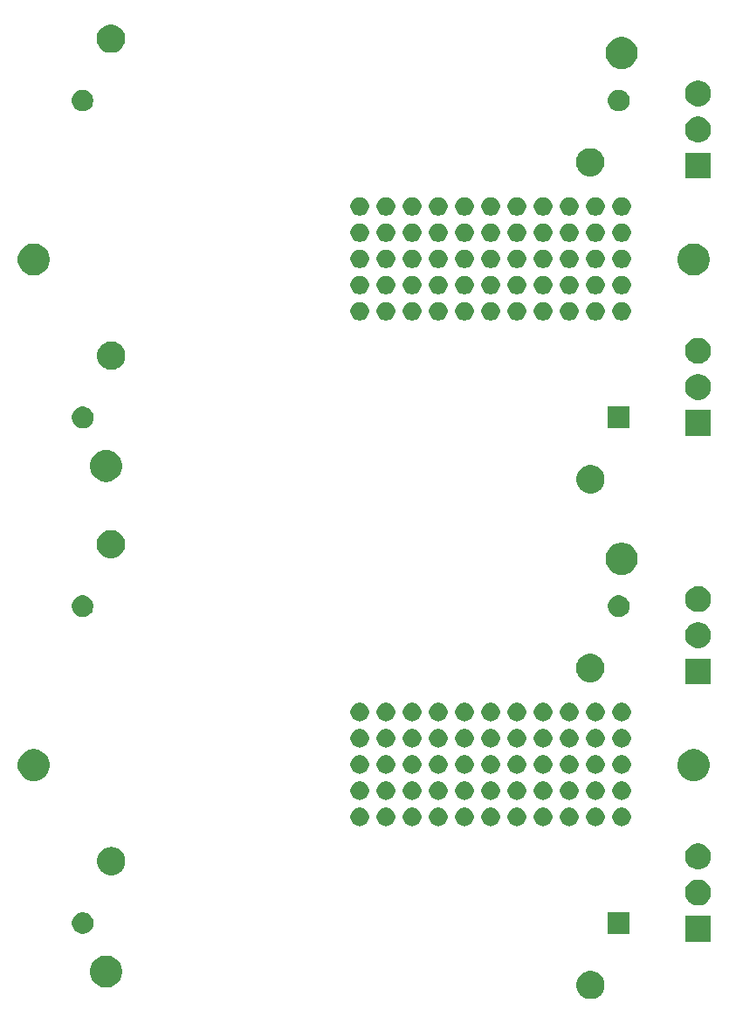
<source format=gbr>
G04 #@! TF.GenerationSoftware,KiCad,Pcbnew,5.1.5+dfsg1-2build2*
G04 #@! TF.CreationDate,2021-12-11T20:31:27-05:00*
G04 #@! TF.ProjectId,,58585858-5858-4585-9858-585858585858,rev?*
G04 #@! TF.SameCoordinates,Original*
G04 #@! TF.FileFunction,Soldermask,Top*
G04 #@! TF.FilePolarity,Negative*
%FSLAX46Y46*%
G04 Gerber Fmt 4.6, Leading zero omitted, Abs format (unit mm)*
G04 Created by KiCad (PCBNEW 5.1.5+dfsg1-2build2) date 2021-12-11 20:31:27*
%MOMM*%
%LPD*%
G04 APERTURE LIST*
%ADD10C,0.100000*%
G04 APERTURE END LIST*
D10*
G36*
X166322924Y-139494597D02*
G01*
X166550106Y-139539786D01*
X166799612Y-139643135D01*
X167024162Y-139793175D01*
X167215125Y-139984138D01*
X167365165Y-140208688D01*
X167468514Y-140458194D01*
X167521200Y-140723068D01*
X167521200Y-140993132D01*
X167468514Y-141258006D01*
X167365165Y-141507512D01*
X167215125Y-141732062D01*
X167024162Y-141923025D01*
X166799612Y-142073065D01*
X166550106Y-142176414D01*
X166322924Y-142221603D01*
X166285233Y-142229100D01*
X166015167Y-142229100D01*
X165977476Y-142221603D01*
X165750294Y-142176414D01*
X165500788Y-142073065D01*
X165276238Y-141923025D01*
X165085275Y-141732062D01*
X164935235Y-141507512D01*
X164831886Y-141258006D01*
X164779200Y-140993132D01*
X164779200Y-140723068D01*
X164831886Y-140458194D01*
X164935235Y-140208688D01*
X165085275Y-139984138D01*
X165276238Y-139793175D01*
X165500788Y-139643135D01*
X165750294Y-139539786D01*
X165977476Y-139494597D01*
X166015167Y-139487100D01*
X166285233Y-139487100D01*
X166322924Y-139494597D01*
G37*
G36*
X119482785Y-138041902D02*
G01*
X119632610Y-138071704D01*
X119914874Y-138188621D01*
X120168905Y-138358359D01*
X120384941Y-138574395D01*
X120554679Y-138828426D01*
X120671596Y-139110690D01*
X120731200Y-139410340D01*
X120731200Y-139715860D01*
X120671596Y-140015510D01*
X120554679Y-140297774D01*
X120384941Y-140551805D01*
X120168905Y-140767841D01*
X119914874Y-140937579D01*
X119632610Y-141054496D01*
X119482785Y-141084298D01*
X119332961Y-141114100D01*
X119027439Y-141114100D01*
X118877615Y-141084298D01*
X118727790Y-141054496D01*
X118445526Y-140937579D01*
X118191495Y-140767841D01*
X117975459Y-140551805D01*
X117805721Y-140297774D01*
X117688804Y-140015510D01*
X117629200Y-139715860D01*
X117629200Y-139410340D01*
X117688804Y-139110690D01*
X117805721Y-138828426D01*
X117975459Y-138574395D01*
X118191495Y-138358359D01*
X118445526Y-138188621D01*
X118727790Y-138071704D01*
X118877615Y-138041902D01*
X119027439Y-138012100D01*
X119332961Y-138012100D01*
X119482785Y-138041902D01*
G37*
G36*
X177841200Y-136649100D02*
G01*
X175339200Y-136649100D01*
X175339200Y-134147100D01*
X177841200Y-134147100D01*
X177841200Y-136649100D01*
G37*
G36*
X117216764Y-133852489D02*
G01*
X117408033Y-133931715D01*
X117408035Y-133931716D01*
X117580173Y-134046735D01*
X117726565Y-134193127D01*
X117841585Y-134365267D01*
X117920811Y-134556536D01*
X117961200Y-134759584D01*
X117961200Y-134966616D01*
X117920811Y-135169664D01*
X117841585Y-135360933D01*
X117841584Y-135360935D01*
X117726565Y-135533073D01*
X117580173Y-135679465D01*
X117408035Y-135794484D01*
X117408034Y-135794485D01*
X117408033Y-135794485D01*
X117216764Y-135873711D01*
X117013716Y-135914100D01*
X116806684Y-135914100D01*
X116603636Y-135873711D01*
X116412367Y-135794485D01*
X116412366Y-135794485D01*
X116412365Y-135794484D01*
X116240227Y-135679465D01*
X116093835Y-135533073D01*
X115978816Y-135360935D01*
X115978815Y-135360933D01*
X115899589Y-135169664D01*
X115859200Y-134966616D01*
X115859200Y-134759584D01*
X115899589Y-134556536D01*
X115978815Y-134365267D01*
X116093835Y-134193127D01*
X116240227Y-134046735D01*
X116412365Y-133931716D01*
X116412367Y-133931715D01*
X116603636Y-133852489D01*
X116806684Y-133812100D01*
X117013716Y-133812100D01*
X117216764Y-133852489D01*
G37*
G36*
X169951200Y-135914100D02*
G01*
X167849200Y-135914100D01*
X167849200Y-133812100D01*
X169951200Y-133812100D01*
X169951200Y-135914100D01*
G37*
G36*
X176955103Y-130695175D02*
G01*
X177182771Y-130789478D01*
X177387666Y-130926385D01*
X177561915Y-131100634D01*
X177698822Y-131305529D01*
X177793125Y-131533197D01*
X177841200Y-131774887D01*
X177841200Y-132021313D01*
X177793125Y-132263003D01*
X177698822Y-132490671D01*
X177561915Y-132695566D01*
X177387666Y-132869815D01*
X177182771Y-133006722D01*
X177182770Y-133006723D01*
X177182769Y-133006723D01*
X176955103Y-133101025D01*
X176713414Y-133149100D01*
X176466986Y-133149100D01*
X176225297Y-133101025D01*
X175997631Y-133006723D01*
X175997630Y-133006723D01*
X175997629Y-133006722D01*
X175792734Y-132869815D01*
X175618485Y-132695566D01*
X175481578Y-132490671D01*
X175387275Y-132263003D01*
X175339200Y-132021313D01*
X175339200Y-131774887D01*
X175387275Y-131533197D01*
X175481578Y-131305529D01*
X175618485Y-131100634D01*
X175792734Y-130926385D01*
X175997629Y-130789478D01*
X176225297Y-130695175D01*
X176466986Y-130647100D01*
X176713414Y-130647100D01*
X176955103Y-130695175D01*
G37*
G36*
X119842924Y-127504597D02*
G01*
X120070106Y-127549786D01*
X120319612Y-127653135D01*
X120544162Y-127803175D01*
X120735125Y-127994138D01*
X120885165Y-128218688D01*
X120988514Y-128468194D01*
X121041200Y-128733068D01*
X121041200Y-129003132D01*
X120988514Y-129268006D01*
X120885165Y-129517512D01*
X120735125Y-129742062D01*
X120544162Y-129933025D01*
X120319612Y-130083065D01*
X120070106Y-130186414D01*
X119842924Y-130231603D01*
X119805233Y-130239100D01*
X119535167Y-130239100D01*
X119497476Y-130231603D01*
X119270294Y-130186414D01*
X119020788Y-130083065D01*
X118796238Y-129933025D01*
X118605275Y-129742062D01*
X118455235Y-129517512D01*
X118351886Y-129268006D01*
X118299200Y-129003132D01*
X118299200Y-128733068D01*
X118351886Y-128468194D01*
X118455235Y-128218688D01*
X118605275Y-127994138D01*
X118796238Y-127803175D01*
X119020788Y-127653135D01*
X119270294Y-127549786D01*
X119497476Y-127504597D01*
X119535167Y-127497100D01*
X119805233Y-127497100D01*
X119842924Y-127504597D01*
G37*
G36*
X176955103Y-127195175D02*
G01*
X177182771Y-127289478D01*
X177387666Y-127426385D01*
X177561915Y-127600634D01*
X177561916Y-127600636D01*
X177698823Y-127805531D01*
X177793125Y-128033197D01*
X177830022Y-128218688D01*
X177841200Y-128274887D01*
X177841200Y-128521313D01*
X177793125Y-128763003D01*
X177698822Y-128990671D01*
X177561915Y-129195566D01*
X177387666Y-129369815D01*
X177182771Y-129506722D01*
X177182770Y-129506723D01*
X177182769Y-129506723D01*
X176955103Y-129601025D01*
X176713414Y-129649100D01*
X176466986Y-129649100D01*
X176225297Y-129601025D01*
X175997631Y-129506723D01*
X175997630Y-129506723D01*
X175997629Y-129506722D01*
X175792734Y-129369815D01*
X175618485Y-129195566D01*
X175481578Y-128990671D01*
X175387275Y-128763003D01*
X175339200Y-128521313D01*
X175339200Y-128274887D01*
X175350379Y-128218688D01*
X175387275Y-128033197D01*
X175481577Y-127805531D01*
X175618484Y-127600636D01*
X175618485Y-127600634D01*
X175792734Y-127426385D01*
X175997629Y-127289478D01*
X176225297Y-127195175D01*
X176466986Y-127147100D01*
X176713414Y-127147100D01*
X176955103Y-127195175D01*
G37*
G36*
X166748712Y-123672027D02*
G01*
X166898012Y-123701724D01*
X167061984Y-123769644D01*
X167209554Y-123868247D01*
X167335053Y-123993746D01*
X167433656Y-124141316D01*
X167501576Y-124305288D01*
X167536200Y-124479359D01*
X167536200Y-124656841D01*
X167501576Y-124830912D01*
X167433656Y-124994884D01*
X167335053Y-125142454D01*
X167209554Y-125267953D01*
X167061984Y-125366556D01*
X166898012Y-125434476D01*
X166748712Y-125464173D01*
X166723942Y-125469100D01*
X166546458Y-125469100D01*
X166521688Y-125464173D01*
X166372388Y-125434476D01*
X166208416Y-125366556D01*
X166060846Y-125267953D01*
X165935347Y-125142454D01*
X165836744Y-124994884D01*
X165768824Y-124830912D01*
X165734200Y-124656841D01*
X165734200Y-124479359D01*
X165768824Y-124305288D01*
X165836744Y-124141316D01*
X165935347Y-123993746D01*
X166060846Y-123868247D01*
X166208416Y-123769644D01*
X166372388Y-123701724D01*
X166521688Y-123672027D01*
X166546458Y-123667100D01*
X166723942Y-123667100D01*
X166748712Y-123672027D01*
G37*
G36*
X154048712Y-123672027D02*
G01*
X154198012Y-123701724D01*
X154361984Y-123769644D01*
X154509554Y-123868247D01*
X154635053Y-123993746D01*
X154733656Y-124141316D01*
X154801576Y-124305288D01*
X154836200Y-124479359D01*
X154836200Y-124656841D01*
X154801576Y-124830912D01*
X154733656Y-124994884D01*
X154635053Y-125142454D01*
X154509554Y-125267953D01*
X154361984Y-125366556D01*
X154198012Y-125434476D01*
X154048712Y-125464173D01*
X154023942Y-125469100D01*
X153846458Y-125469100D01*
X153821688Y-125464173D01*
X153672388Y-125434476D01*
X153508416Y-125366556D01*
X153360846Y-125267953D01*
X153235347Y-125142454D01*
X153136744Y-124994884D01*
X153068824Y-124830912D01*
X153034200Y-124656841D01*
X153034200Y-124479359D01*
X153068824Y-124305288D01*
X153136744Y-124141316D01*
X153235347Y-123993746D01*
X153360846Y-123868247D01*
X153508416Y-123769644D01*
X153672388Y-123701724D01*
X153821688Y-123672027D01*
X153846458Y-123667100D01*
X154023942Y-123667100D01*
X154048712Y-123672027D01*
G37*
G36*
X156588712Y-123672027D02*
G01*
X156738012Y-123701724D01*
X156901984Y-123769644D01*
X157049554Y-123868247D01*
X157175053Y-123993746D01*
X157273656Y-124141316D01*
X157341576Y-124305288D01*
X157376200Y-124479359D01*
X157376200Y-124656841D01*
X157341576Y-124830912D01*
X157273656Y-124994884D01*
X157175053Y-125142454D01*
X157049554Y-125267953D01*
X156901984Y-125366556D01*
X156738012Y-125434476D01*
X156588712Y-125464173D01*
X156563942Y-125469100D01*
X156386458Y-125469100D01*
X156361688Y-125464173D01*
X156212388Y-125434476D01*
X156048416Y-125366556D01*
X155900846Y-125267953D01*
X155775347Y-125142454D01*
X155676744Y-124994884D01*
X155608824Y-124830912D01*
X155574200Y-124656841D01*
X155574200Y-124479359D01*
X155608824Y-124305288D01*
X155676744Y-124141316D01*
X155775347Y-123993746D01*
X155900846Y-123868247D01*
X156048416Y-123769644D01*
X156212388Y-123701724D01*
X156361688Y-123672027D01*
X156386458Y-123667100D01*
X156563942Y-123667100D01*
X156588712Y-123672027D01*
G37*
G36*
X164208712Y-123672027D02*
G01*
X164358012Y-123701724D01*
X164521984Y-123769644D01*
X164669554Y-123868247D01*
X164795053Y-123993746D01*
X164893656Y-124141316D01*
X164961576Y-124305288D01*
X164996200Y-124479359D01*
X164996200Y-124656841D01*
X164961576Y-124830912D01*
X164893656Y-124994884D01*
X164795053Y-125142454D01*
X164669554Y-125267953D01*
X164521984Y-125366556D01*
X164358012Y-125434476D01*
X164208712Y-125464173D01*
X164183942Y-125469100D01*
X164006458Y-125469100D01*
X163981688Y-125464173D01*
X163832388Y-125434476D01*
X163668416Y-125366556D01*
X163520846Y-125267953D01*
X163395347Y-125142454D01*
X163296744Y-124994884D01*
X163228824Y-124830912D01*
X163194200Y-124656841D01*
X163194200Y-124479359D01*
X163228824Y-124305288D01*
X163296744Y-124141316D01*
X163395347Y-123993746D01*
X163520846Y-123868247D01*
X163668416Y-123769644D01*
X163832388Y-123701724D01*
X163981688Y-123672027D01*
X164006458Y-123667100D01*
X164183942Y-123667100D01*
X164208712Y-123672027D01*
G37*
G36*
X159128712Y-123672027D02*
G01*
X159278012Y-123701724D01*
X159441984Y-123769644D01*
X159589554Y-123868247D01*
X159715053Y-123993746D01*
X159813656Y-124141316D01*
X159881576Y-124305288D01*
X159916200Y-124479359D01*
X159916200Y-124656841D01*
X159881576Y-124830912D01*
X159813656Y-124994884D01*
X159715053Y-125142454D01*
X159589554Y-125267953D01*
X159441984Y-125366556D01*
X159278012Y-125434476D01*
X159128712Y-125464173D01*
X159103942Y-125469100D01*
X158926458Y-125469100D01*
X158901688Y-125464173D01*
X158752388Y-125434476D01*
X158588416Y-125366556D01*
X158440846Y-125267953D01*
X158315347Y-125142454D01*
X158216744Y-124994884D01*
X158148824Y-124830912D01*
X158114200Y-124656841D01*
X158114200Y-124479359D01*
X158148824Y-124305288D01*
X158216744Y-124141316D01*
X158315347Y-123993746D01*
X158440846Y-123868247D01*
X158588416Y-123769644D01*
X158752388Y-123701724D01*
X158901688Y-123672027D01*
X158926458Y-123667100D01*
X159103942Y-123667100D01*
X159128712Y-123672027D01*
G37*
G36*
X161668712Y-123672027D02*
G01*
X161818012Y-123701724D01*
X161981984Y-123769644D01*
X162129554Y-123868247D01*
X162255053Y-123993746D01*
X162353656Y-124141316D01*
X162421576Y-124305288D01*
X162456200Y-124479359D01*
X162456200Y-124656841D01*
X162421576Y-124830912D01*
X162353656Y-124994884D01*
X162255053Y-125142454D01*
X162129554Y-125267953D01*
X161981984Y-125366556D01*
X161818012Y-125434476D01*
X161668712Y-125464173D01*
X161643942Y-125469100D01*
X161466458Y-125469100D01*
X161441688Y-125464173D01*
X161292388Y-125434476D01*
X161128416Y-125366556D01*
X160980846Y-125267953D01*
X160855347Y-125142454D01*
X160756744Y-124994884D01*
X160688824Y-124830912D01*
X160654200Y-124656841D01*
X160654200Y-124479359D01*
X160688824Y-124305288D01*
X160756744Y-124141316D01*
X160855347Y-123993746D01*
X160980846Y-123868247D01*
X161128416Y-123769644D01*
X161292388Y-123701724D01*
X161441688Y-123672027D01*
X161466458Y-123667100D01*
X161643942Y-123667100D01*
X161668712Y-123672027D01*
G37*
G36*
X148968712Y-123672027D02*
G01*
X149118012Y-123701724D01*
X149281984Y-123769644D01*
X149429554Y-123868247D01*
X149555053Y-123993746D01*
X149653656Y-124141316D01*
X149721576Y-124305288D01*
X149756200Y-124479359D01*
X149756200Y-124656841D01*
X149721576Y-124830912D01*
X149653656Y-124994884D01*
X149555053Y-125142454D01*
X149429554Y-125267953D01*
X149281984Y-125366556D01*
X149118012Y-125434476D01*
X148968712Y-125464173D01*
X148943942Y-125469100D01*
X148766458Y-125469100D01*
X148741688Y-125464173D01*
X148592388Y-125434476D01*
X148428416Y-125366556D01*
X148280846Y-125267953D01*
X148155347Y-125142454D01*
X148056744Y-124994884D01*
X147988824Y-124830912D01*
X147954200Y-124656841D01*
X147954200Y-124479359D01*
X147988824Y-124305288D01*
X148056744Y-124141316D01*
X148155347Y-123993746D01*
X148280846Y-123868247D01*
X148428416Y-123769644D01*
X148592388Y-123701724D01*
X148741688Y-123672027D01*
X148766458Y-123667100D01*
X148943942Y-123667100D01*
X148968712Y-123672027D01*
G37*
G36*
X146428712Y-123672027D02*
G01*
X146578012Y-123701724D01*
X146741984Y-123769644D01*
X146889554Y-123868247D01*
X147015053Y-123993746D01*
X147113656Y-124141316D01*
X147181576Y-124305288D01*
X147216200Y-124479359D01*
X147216200Y-124656841D01*
X147181576Y-124830912D01*
X147113656Y-124994884D01*
X147015053Y-125142454D01*
X146889554Y-125267953D01*
X146741984Y-125366556D01*
X146578012Y-125434476D01*
X146428712Y-125464173D01*
X146403942Y-125469100D01*
X146226458Y-125469100D01*
X146201688Y-125464173D01*
X146052388Y-125434476D01*
X145888416Y-125366556D01*
X145740846Y-125267953D01*
X145615347Y-125142454D01*
X145516744Y-124994884D01*
X145448824Y-124830912D01*
X145414200Y-124656841D01*
X145414200Y-124479359D01*
X145448824Y-124305288D01*
X145516744Y-124141316D01*
X145615347Y-123993746D01*
X145740846Y-123868247D01*
X145888416Y-123769644D01*
X146052388Y-123701724D01*
X146201688Y-123672027D01*
X146226458Y-123667100D01*
X146403942Y-123667100D01*
X146428712Y-123672027D01*
G37*
G36*
X169288712Y-123672027D02*
G01*
X169438012Y-123701724D01*
X169601984Y-123769644D01*
X169749554Y-123868247D01*
X169875053Y-123993746D01*
X169973656Y-124141316D01*
X170041576Y-124305288D01*
X170076200Y-124479359D01*
X170076200Y-124656841D01*
X170041576Y-124830912D01*
X169973656Y-124994884D01*
X169875053Y-125142454D01*
X169749554Y-125267953D01*
X169601984Y-125366556D01*
X169438012Y-125434476D01*
X169288712Y-125464173D01*
X169263942Y-125469100D01*
X169086458Y-125469100D01*
X169061688Y-125464173D01*
X168912388Y-125434476D01*
X168748416Y-125366556D01*
X168600846Y-125267953D01*
X168475347Y-125142454D01*
X168376744Y-124994884D01*
X168308824Y-124830912D01*
X168274200Y-124656841D01*
X168274200Y-124479359D01*
X168308824Y-124305288D01*
X168376744Y-124141316D01*
X168475347Y-123993746D01*
X168600846Y-123868247D01*
X168748416Y-123769644D01*
X168912388Y-123701724D01*
X169061688Y-123672027D01*
X169086458Y-123667100D01*
X169263942Y-123667100D01*
X169288712Y-123672027D01*
G37*
G36*
X151508712Y-123672027D02*
G01*
X151658012Y-123701724D01*
X151821984Y-123769644D01*
X151969554Y-123868247D01*
X152095053Y-123993746D01*
X152193656Y-124141316D01*
X152261576Y-124305288D01*
X152296200Y-124479359D01*
X152296200Y-124656841D01*
X152261576Y-124830912D01*
X152193656Y-124994884D01*
X152095053Y-125142454D01*
X151969554Y-125267953D01*
X151821984Y-125366556D01*
X151658012Y-125434476D01*
X151508712Y-125464173D01*
X151483942Y-125469100D01*
X151306458Y-125469100D01*
X151281688Y-125464173D01*
X151132388Y-125434476D01*
X150968416Y-125366556D01*
X150820846Y-125267953D01*
X150695347Y-125142454D01*
X150596744Y-124994884D01*
X150528824Y-124830912D01*
X150494200Y-124656841D01*
X150494200Y-124479359D01*
X150528824Y-124305288D01*
X150596744Y-124141316D01*
X150695347Y-123993746D01*
X150820846Y-123868247D01*
X150968416Y-123769644D01*
X151132388Y-123701724D01*
X151281688Y-123672027D01*
X151306458Y-123667100D01*
X151483942Y-123667100D01*
X151508712Y-123672027D01*
G37*
G36*
X143888712Y-123672027D02*
G01*
X144038012Y-123701724D01*
X144201984Y-123769644D01*
X144349554Y-123868247D01*
X144475053Y-123993746D01*
X144573656Y-124141316D01*
X144641576Y-124305288D01*
X144676200Y-124479359D01*
X144676200Y-124656841D01*
X144641576Y-124830912D01*
X144573656Y-124994884D01*
X144475053Y-125142454D01*
X144349554Y-125267953D01*
X144201984Y-125366556D01*
X144038012Y-125434476D01*
X143888712Y-125464173D01*
X143863942Y-125469100D01*
X143686458Y-125469100D01*
X143661688Y-125464173D01*
X143512388Y-125434476D01*
X143348416Y-125366556D01*
X143200846Y-125267953D01*
X143075347Y-125142454D01*
X142976744Y-124994884D01*
X142908824Y-124830912D01*
X142874200Y-124656841D01*
X142874200Y-124479359D01*
X142908824Y-124305288D01*
X142976744Y-124141316D01*
X143075347Y-123993746D01*
X143200846Y-123868247D01*
X143348416Y-123769644D01*
X143512388Y-123701724D01*
X143661688Y-123672027D01*
X143686458Y-123667100D01*
X143863942Y-123667100D01*
X143888712Y-123672027D01*
G37*
G36*
X159128712Y-121132027D02*
G01*
X159278012Y-121161724D01*
X159441984Y-121229644D01*
X159589554Y-121328247D01*
X159715053Y-121453746D01*
X159813656Y-121601316D01*
X159881576Y-121765288D01*
X159916200Y-121939359D01*
X159916200Y-122116841D01*
X159881576Y-122290912D01*
X159813656Y-122454884D01*
X159715053Y-122602454D01*
X159589554Y-122727953D01*
X159441984Y-122826556D01*
X159278012Y-122894476D01*
X159128712Y-122924173D01*
X159103942Y-122929100D01*
X158926458Y-122929100D01*
X158901688Y-122924173D01*
X158752388Y-122894476D01*
X158588416Y-122826556D01*
X158440846Y-122727953D01*
X158315347Y-122602454D01*
X158216744Y-122454884D01*
X158148824Y-122290912D01*
X158114200Y-122116841D01*
X158114200Y-121939359D01*
X158148824Y-121765288D01*
X158216744Y-121601316D01*
X158315347Y-121453746D01*
X158440846Y-121328247D01*
X158588416Y-121229644D01*
X158752388Y-121161724D01*
X158901688Y-121132027D01*
X158926458Y-121127100D01*
X159103942Y-121127100D01*
X159128712Y-121132027D01*
G37*
G36*
X154048712Y-121132027D02*
G01*
X154198012Y-121161724D01*
X154361984Y-121229644D01*
X154509554Y-121328247D01*
X154635053Y-121453746D01*
X154733656Y-121601316D01*
X154801576Y-121765288D01*
X154836200Y-121939359D01*
X154836200Y-122116841D01*
X154801576Y-122290912D01*
X154733656Y-122454884D01*
X154635053Y-122602454D01*
X154509554Y-122727953D01*
X154361984Y-122826556D01*
X154198012Y-122894476D01*
X154048712Y-122924173D01*
X154023942Y-122929100D01*
X153846458Y-122929100D01*
X153821688Y-122924173D01*
X153672388Y-122894476D01*
X153508416Y-122826556D01*
X153360846Y-122727953D01*
X153235347Y-122602454D01*
X153136744Y-122454884D01*
X153068824Y-122290912D01*
X153034200Y-122116841D01*
X153034200Y-121939359D01*
X153068824Y-121765288D01*
X153136744Y-121601316D01*
X153235347Y-121453746D01*
X153360846Y-121328247D01*
X153508416Y-121229644D01*
X153672388Y-121161724D01*
X153821688Y-121132027D01*
X153846458Y-121127100D01*
X154023942Y-121127100D01*
X154048712Y-121132027D01*
G37*
G36*
X148968712Y-121132027D02*
G01*
X149118012Y-121161724D01*
X149281984Y-121229644D01*
X149429554Y-121328247D01*
X149555053Y-121453746D01*
X149653656Y-121601316D01*
X149721576Y-121765288D01*
X149756200Y-121939359D01*
X149756200Y-122116841D01*
X149721576Y-122290912D01*
X149653656Y-122454884D01*
X149555053Y-122602454D01*
X149429554Y-122727953D01*
X149281984Y-122826556D01*
X149118012Y-122894476D01*
X148968712Y-122924173D01*
X148943942Y-122929100D01*
X148766458Y-122929100D01*
X148741688Y-122924173D01*
X148592388Y-122894476D01*
X148428416Y-122826556D01*
X148280846Y-122727953D01*
X148155347Y-122602454D01*
X148056744Y-122454884D01*
X147988824Y-122290912D01*
X147954200Y-122116841D01*
X147954200Y-121939359D01*
X147988824Y-121765288D01*
X148056744Y-121601316D01*
X148155347Y-121453746D01*
X148280846Y-121328247D01*
X148428416Y-121229644D01*
X148592388Y-121161724D01*
X148741688Y-121132027D01*
X148766458Y-121127100D01*
X148943942Y-121127100D01*
X148968712Y-121132027D01*
G37*
G36*
X143888712Y-121132027D02*
G01*
X144038012Y-121161724D01*
X144201984Y-121229644D01*
X144349554Y-121328247D01*
X144475053Y-121453746D01*
X144573656Y-121601316D01*
X144641576Y-121765288D01*
X144676200Y-121939359D01*
X144676200Y-122116841D01*
X144641576Y-122290912D01*
X144573656Y-122454884D01*
X144475053Y-122602454D01*
X144349554Y-122727953D01*
X144201984Y-122826556D01*
X144038012Y-122894476D01*
X143888712Y-122924173D01*
X143863942Y-122929100D01*
X143686458Y-122929100D01*
X143661688Y-122924173D01*
X143512388Y-122894476D01*
X143348416Y-122826556D01*
X143200846Y-122727953D01*
X143075347Y-122602454D01*
X142976744Y-122454884D01*
X142908824Y-122290912D01*
X142874200Y-122116841D01*
X142874200Y-121939359D01*
X142908824Y-121765288D01*
X142976744Y-121601316D01*
X143075347Y-121453746D01*
X143200846Y-121328247D01*
X143348416Y-121229644D01*
X143512388Y-121161724D01*
X143661688Y-121132027D01*
X143686458Y-121127100D01*
X143863942Y-121127100D01*
X143888712Y-121132027D01*
G37*
G36*
X166748712Y-121132027D02*
G01*
X166898012Y-121161724D01*
X167061984Y-121229644D01*
X167209554Y-121328247D01*
X167335053Y-121453746D01*
X167433656Y-121601316D01*
X167501576Y-121765288D01*
X167536200Y-121939359D01*
X167536200Y-122116841D01*
X167501576Y-122290912D01*
X167433656Y-122454884D01*
X167335053Y-122602454D01*
X167209554Y-122727953D01*
X167061984Y-122826556D01*
X166898012Y-122894476D01*
X166748712Y-122924173D01*
X166723942Y-122929100D01*
X166546458Y-122929100D01*
X166521688Y-122924173D01*
X166372388Y-122894476D01*
X166208416Y-122826556D01*
X166060846Y-122727953D01*
X165935347Y-122602454D01*
X165836744Y-122454884D01*
X165768824Y-122290912D01*
X165734200Y-122116841D01*
X165734200Y-121939359D01*
X165768824Y-121765288D01*
X165836744Y-121601316D01*
X165935347Y-121453746D01*
X166060846Y-121328247D01*
X166208416Y-121229644D01*
X166372388Y-121161724D01*
X166521688Y-121132027D01*
X166546458Y-121127100D01*
X166723942Y-121127100D01*
X166748712Y-121132027D01*
G37*
G36*
X161668712Y-121132027D02*
G01*
X161818012Y-121161724D01*
X161981984Y-121229644D01*
X162129554Y-121328247D01*
X162255053Y-121453746D01*
X162353656Y-121601316D01*
X162421576Y-121765288D01*
X162456200Y-121939359D01*
X162456200Y-122116841D01*
X162421576Y-122290912D01*
X162353656Y-122454884D01*
X162255053Y-122602454D01*
X162129554Y-122727953D01*
X161981984Y-122826556D01*
X161818012Y-122894476D01*
X161668712Y-122924173D01*
X161643942Y-122929100D01*
X161466458Y-122929100D01*
X161441688Y-122924173D01*
X161292388Y-122894476D01*
X161128416Y-122826556D01*
X160980846Y-122727953D01*
X160855347Y-122602454D01*
X160756744Y-122454884D01*
X160688824Y-122290912D01*
X160654200Y-122116841D01*
X160654200Y-121939359D01*
X160688824Y-121765288D01*
X160756744Y-121601316D01*
X160855347Y-121453746D01*
X160980846Y-121328247D01*
X161128416Y-121229644D01*
X161292388Y-121161724D01*
X161441688Y-121132027D01*
X161466458Y-121127100D01*
X161643942Y-121127100D01*
X161668712Y-121132027D01*
G37*
G36*
X169288712Y-121132027D02*
G01*
X169438012Y-121161724D01*
X169601984Y-121229644D01*
X169749554Y-121328247D01*
X169875053Y-121453746D01*
X169973656Y-121601316D01*
X170041576Y-121765288D01*
X170076200Y-121939359D01*
X170076200Y-122116841D01*
X170041576Y-122290912D01*
X169973656Y-122454884D01*
X169875053Y-122602454D01*
X169749554Y-122727953D01*
X169601984Y-122826556D01*
X169438012Y-122894476D01*
X169288712Y-122924173D01*
X169263942Y-122929100D01*
X169086458Y-122929100D01*
X169061688Y-122924173D01*
X168912388Y-122894476D01*
X168748416Y-122826556D01*
X168600846Y-122727953D01*
X168475347Y-122602454D01*
X168376744Y-122454884D01*
X168308824Y-122290912D01*
X168274200Y-122116841D01*
X168274200Y-121939359D01*
X168308824Y-121765288D01*
X168376744Y-121601316D01*
X168475347Y-121453746D01*
X168600846Y-121328247D01*
X168748416Y-121229644D01*
X168912388Y-121161724D01*
X169061688Y-121132027D01*
X169086458Y-121127100D01*
X169263942Y-121127100D01*
X169288712Y-121132027D01*
G37*
G36*
X151508712Y-121132027D02*
G01*
X151658012Y-121161724D01*
X151821984Y-121229644D01*
X151969554Y-121328247D01*
X152095053Y-121453746D01*
X152193656Y-121601316D01*
X152261576Y-121765288D01*
X152296200Y-121939359D01*
X152296200Y-122116841D01*
X152261576Y-122290912D01*
X152193656Y-122454884D01*
X152095053Y-122602454D01*
X151969554Y-122727953D01*
X151821984Y-122826556D01*
X151658012Y-122894476D01*
X151508712Y-122924173D01*
X151483942Y-122929100D01*
X151306458Y-122929100D01*
X151281688Y-122924173D01*
X151132388Y-122894476D01*
X150968416Y-122826556D01*
X150820846Y-122727953D01*
X150695347Y-122602454D01*
X150596744Y-122454884D01*
X150528824Y-122290912D01*
X150494200Y-122116841D01*
X150494200Y-121939359D01*
X150528824Y-121765288D01*
X150596744Y-121601316D01*
X150695347Y-121453746D01*
X150820846Y-121328247D01*
X150968416Y-121229644D01*
X151132388Y-121161724D01*
X151281688Y-121132027D01*
X151306458Y-121127100D01*
X151483942Y-121127100D01*
X151508712Y-121132027D01*
G37*
G36*
X146428712Y-121132027D02*
G01*
X146578012Y-121161724D01*
X146741984Y-121229644D01*
X146889554Y-121328247D01*
X147015053Y-121453746D01*
X147113656Y-121601316D01*
X147181576Y-121765288D01*
X147216200Y-121939359D01*
X147216200Y-122116841D01*
X147181576Y-122290912D01*
X147113656Y-122454884D01*
X147015053Y-122602454D01*
X146889554Y-122727953D01*
X146741984Y-122826556D01*
X146578012Y-122894476D01*
X146428712Y-122924173D01*
X146403942Y-122929100D01*
X146226458Y-122929100D01*
X146201688Y-122924173D01*
X146052388Y-122894476D01*
X145888416Y-122826556D01*
X145740846Y-122727953D01*
X145615347Y-122602454D01*
X145516744Y-122454884D01*
X145448824Y-122290912D01*
X145414200Y-122116841D01*
X145414200Y-121939359D01*
X145448824Y-121765288D01*
X145516744Y-121601316D01*
X145615347Y-121453746D01*
X145740846Y-121328247D01*
X145888416Y-121229644D01*
X146052388Y-121161724D01*
X146201688Y-121132027D01*
X146226458Y-121127100D01*
X146403942Y-121127100D01*
X146428712Y-121132027D01*
G37*
G36*
X156588712Y-121132027D02*
G01*
X156738012Y-121161724D01*
X156901984Y-121229644D01*
X157049554Y-121328247D01*
X157175053Y-121453746D01*
X157273656Y-121601316D01*
X157341576Y-121765288D01*
X157376200Y-121939359D01*
X157376200Y-122116841D01*
X157341576Y-122290912D01*
X157273656Y-122454884D01*
X157175053Y-122602454D01*
X157049554Y-122727953D01*
X156901984Y-122826556D01*
X156738012Y-122894476D01*
X156588712Y-122924173D01*
X156563942Y-122929100D01*
X156386458Y-122929100D01*
X156361688Y-122924173D01*
X156212388Y-122894476D01*
X156048416Y-122826556D01*
X155900846Y-122727953D01*
X155775347Y-122602454D01*
X155676744Y-122454884D01*
X155608824Y-122290912D01*
X155574200Y-122116841D01*
X155574200Y-121939359D01*
X155608824Y-121765288D01*
X155676744Y-121601316D01*
X155775347Y-121453746D01*
X155900846Y-121328247D01*
X156048416Y-121229644D01*
X156212388Y-121161724D01*
X156361688Y-121132027D01*
X156386458Y-121127100D01*
X156563942Y-121127100D01*
X156588712Y-121132027D01*
G37*
G36*
X164208712Y-121132027D02*
G01*
X164358012Y-121161724D01*
X164521984Y-121229644D01*
X164669554Y-121328247D01*
X164795053Y-121453746D01*
X164893656Y-121601316D01*
X164961576Y-121765288D01*
X164996200Y-121939359D01*
X164996200Y-122116841D01*
X164961576Y-122290912D01*
X164893656Y-122454884D01*
X164795053Y-122602454D01*
X164669554Y-122727953D01*
X164521984Y-122826556D01*
X164358012Y-122894476D01*
X164208712Y-122924173D01*
X164183942Y-122929100D01*
X164006458Y-122929100D01*
X163981688Y-122924173D01*
X163832388Y-122894476D01*
X163668416Y-122826556D01*
X163520846Y-122727953D01*
X163395347Y-122602454D01*
X163296744Y-122454884D01*
X163228824Y-122290912D01*
X163194200Y-122116841D01*
X163194200Y-121939359D01*
X163228824Y-121765288D01*
X163296744Y-121601316D01*
X163395347Y-121453746D01*
X163520846Y-121328247D01*
X163668416Y-121229644D01*
X163832388Y-121161724D01*
X163981688Y-121132027D01*
X164006458Y-121127100D01*
X164183942Y-121127100D01*
X164208712Y-121132027D01*
G37*
G36*
X112482785Y-118041902D02*
G01*
X112632610Y-118071704D01*
X112914874Y-118188621D01*
X113168905Y-118358359D01*
X113384941Y-118574395D01*
X113554679Y-118828426D01*
X113671596Y-119110690D01*
X113731200Y-119410340D01*
X113731200Y-119715860D01*
X113671596Y-120015510D01*
X113554679Y-120297774D01*
X113384941Y-120551805D01*
X113168905Y-120767841D01*
X112914874Y-120937579D01*
X112632610Y-121054496D01*
X112482785Y-121084298D01*
X112332961Y-121114100D01*
X112027439Y-121114100D01*
X111877615Y-121084298D01*
X111727790Y-121054496D01*
X111445526Y-120937579D01*
X111191495Y-120767841D01*
X110975459Y-120551805D01*
X110805721Y-120297774D01*
X110688804Y-120015510D01*
X110629200Y-119715860D01*
X110629200Y-119410340D01*
X110688804Y-119110690D01*
X110805721Y-118828426D01*
X110975459Y-118574395D01*
X111191495Y-118358359D01*
X111445526Y-118188621D01*
X111727790Y-118071704D01*
X111877615Y-118041902D01*
X112027439Y-118012100D01*
X112332961Y-118012100D01*
X112482785Y-118041902D01*
G37*
G36*
X176482785Y-118041902D02*
G01*
X176632610Y-118071704D01*
X176914874Y-118188621D01*
X177168905Y-118358359D01*
X177384941Y-118574395D01*
X177554679Y-118828426D01*
X177671596Y-119110690D01*
X177731200Y-119410340D01*
X177731200Y-119715860D01*
X177671596Y-120015510D01*
X177554679Y-120297774D01*
X177384941Y-120551805D01*
X177168905Y-120767841D01*
X176914874Y-120937579D01*
X176632610Y-121054496D01*
X176482785Y-121084298D01*
X176332961Y-121114100D01*
X176027439Y-121114100D01*
X175877615Y-121084298D01*
X175727790Y-121054496D01*
X175445526Y-120937579D01*
X175191495Y-120767841D01*
X174975459Y-120551805D01*
X174805721Y-120297774D01*
X174688804Y-120015510D01*
X174629200Y-119715860D01*
X174629200Y-119410340D01*
X174688804Y-119110690D01*
X174805721Y-118828426D01*
X174975459Y-118574395D01*
X175191495Y-118358359D01*
X175445526Y-118188621D01*
X175727790Y-118071704D01*
X175877615Y-118041902D01*
X176027439Y-118012100D01*
X176332961Y-118012100D01*
X176482785Y-118041902D01*
G37*
G36*
X143888712Y-118592027D02*
G01*
X144038012Y-118621724D01*
X144201984Y-118689644D01*
X144349554Y-118788247D01*
X144475053Y-118913746D01*
X144573656Y-119061316D01*
X144641576Y-119225288D01*
X144676200Y-119399359D01*
X144676200Y-119576841D01*
X144641576Y-119750912D01*
X144573656Y-119914884D01*
X144475053Y-120062454D01*
X144349554Y-120187953D01*
X144201984Y-120286556D01*
X144038012Y-120354476D01*
X143888712Y-120384173D01*
X143863942Y-120389100D01*
X143686458Y-120389100D01*
X143661688Y-120384173D01*
X143512388Y-120354476D01*
X143348416Y-120286556D01*
X143200846Y-120187953D01*
X143075347Y-120062454D01*
X142976744Y-119914884D01*
X142908824Y-119750912D01*
X142874200Y-119576841D01*
X142874200Y-119399359D01*
X142908824Y-119225288D01*
X142976744Y-119061316D01*
X143075347Y-118913746D01*
X143200846Y-118788247D01*
X143348416Y-118689644D01*
X143512388Y-118621724D01*
X143661688Y-118592027D01*
X143686458Y-118587100D01*
X143863942Y-118587100D01*
X143888712Y-118592027D01*
G37*
G36*
X146428712Y-118592027D02*
G01*
X146578012Y-118621724D01*
X146741984Y-118689644D01*
X146889554Y-118788247D01*
X147015053Y-118913746D01*
X147113656Y-119061316D01*
X147181576Y-119225288D01*
X147216200Y-119399359D01*
X147216200Y-119576841D01*
X147181576Y-119750912D01*
X147113656Y-119914884D01*
X147015053Y-120062454D01*
X146889554Y-120187953D01*
X146741984Y-120286556D01*
X146578012Y-120354476D01*
X146428712Y-120384173D01*
X146403942Y-120389100D01*
X146226458Y-120389100D01*
X146201688Y-120384173D01*
X146052388Y-120354476D01*
X145888416Y-120286556D01*
X145740846Y-120187953D01*
X145615347Y-120062454D01*
X145516744Y-119914884D01*
X145448824Y-119750912D01*
X145414200Y-119576841D01*
X145414200Y-119399359D01*
X145448824Y-119225288D01*
X145516744Y-119061316D01*
X145615347Y-118913746D01*
X145740846Y-118788247D01*
X145888416Y-118689644D01*
X146052388Y-118621724D01*
X146201688Y-118592027D01*
X146226458Y-118587100D01*
X146403942Y-118587100D01*
X146428712Y-118592027D01*
G37*
G36*
X164208712Y-118592027D02*
G01*
X164358012Y-118621724D01*
X164521984Y-118689644D01*
X164669554Y-118788247D01*
X164795053Y-118913746D01*
X164893656Y-119061316D01*
X164961576Y-119225288D01*
X164996200Y-119399359D01*
X164996200Y-119576841D01*
X164961576Y-119750912D01*
X164893656Y-119914884D01*
X164795053Y-120062454D01*
X164669554Y-120187953D01*
X164521984Y-120286556D01*
X164358012Y-120354476D01*
X164208712Y-120384173D01*
X164183942Y-120389100D01*
X164006458Y-120389100D01*
X163981688Y-120384173D01*
X163832388Y-120354476D01*
X163668416Y-120286556D01*
X163520846Y-120187953D01*
X163395347Y-120062454D01*
X163296744Y-119914884D01*
X163228824Y-119750912D01*
X163194200Y-119576841D01*
X163194200Y-119399359D01*
X163228824Y-119225288D01*
X163296744Y-119061316D01*
X163395347Y-118913746D01*
X163520846Y-118788247D01*
X163668416Y-118689644D01*
X163832388Y-118621724D01*
X163981688Y-118592027D01*
X164006458Y-118587100D01*
X164183942Y-118587100D01*
X164208712Y-118592027D01*
G37*
G36*
X166748712Y-118592027D02*
G01*
X166898012Y-118621724D01*
X167061984Y-118689644D01*
X167209554Y-118788247D01*
X167335053Y-118913746D01*
X167433656Y-119061316D01*
X167501576Y-119225288D01*
X167536200Y-119399359D01*
X167536200Y-119576841D01*
X167501576Y-119750912D01*
X167433656Y-119914884D01*
X167335053Y-120062454D01*
X167209554Y-120187953D01*
X167061984Y-120286556D01*
X166898012Y-120354476D01*
X166748712Y-120384173D01*
X166723942Y-120389100D01*
X166546458Y-120389100D01*
X166521688Y-120384173D01*
X166372388Y-120354476D01*
X166208416Y-120286556D01*
X166060846Y-120187953D01*
X165935347Y-120062454D01*
X165836744Y-119914884D01*
X165768824Y-119750912D01*
X165734200Y-119576841D01*
X165734200Y-119399359D01*
X165768824Y-119225288D01*
X165836744Y-119061316D01*
X165935347Y-118913746D01*
X166060846Y-118788247D01*
X166208416Y-118689644D01*
X166372388Y-118621724D01*
X166521688Y-118592027D01*
X166546458Y-118587100D01*
X166723942Y-118587100D01*
X166748712Y-118592027D01*
G37*
G36*
X161668712Y-118592027D02*
G01*
X161818012Y-118621724D01*
X161981984Y-118689644D01*
X162129554Y-118788247D01*
X162255053Y-118913746D01*
X162353656Y-119061316D01*
X162421576Y-119225288D01*
X162456200Y-119399359D01*
X162456200Y-119576841D01*
X162421576Y-119750912D01*
X162353656Y-119914884D01*
X162255053Y-120062454D01*
X162129554Y-120187953D01*
X161981984Y-120286556D01*
X161818012Y-120354476D01*
X161668712Y-120384173D01*
X161643942Y-120389100D01*
X161466458Y-120389100D01*
X161441688Y-120384173D01*
X161292388Y-120354476D01*
X161128416Y-120286556D01*
X160980846Y-120187953D01*
X160855347Y-120062454D01*
X160756744Y-119914884D01*
X160688824Y-119750912D01*
X160654200Y-119576841D01*
X160654200Y-119399359D01*
X160688824Y-119225288D01*
X160756744Y-119061316D01*
X160855347Y-118913746D01*
X160980846Y-118788247D01*
X161128416Y-118689644D01*
X161292388Y-118621724D01*
X161441688Y-118592027D01*
X161466458Y-118587100D01*
X161643942Y-118587100D01*
X161668712Y-118592027D01*
G37*
G36*
X156588712Y-118592027D02*
G01*
X156738012Y-118621724D01*
X156901984Y-118689644D01*
X157049554Y-118788247D01*
X157175053Y-118913746D01*
X157273656Y-119061316D01*
X157341576Y-119225288D01*
X157376200Y-119399359D01*
X157376200Y-119576841D01*
X157341576Y-119750912D01*
X157273656Y-119914884D01*
X157175053Y-120062454D01*
X157049554Y-120187953D01*
X156901984Y-120286556D01*
X156738012Y-120354476D01*
X156588712Y-120384173D01*
X156563942Y-120389100D01*
X156386458Y-120389100D01*
X156361688Y-120384173D01*
X156212388Y-120354476D01*
X156048416Y-120286556D01*
X155900846Y-120187953D01*
X155775347Y-120062454D01*
X155676744Y-119914884D01*
X155608824Y-119750912D01*
X155574200Y-119576841D01*
X155574200Y-119399359D01*
X155608824Y-119225288D01*
X155676744Y-119061316D01*
X155775347Y-118913746D01*
X155900846Y-118788247D01*
X156048416Y-118689644D01*
X156212388Y-118621724D01*
X156361688Y-118592027D01*
X156386458Y-118587100D01*
X156563942Y-118587100D01*
X156588712Y-118592027D01*
G37*
G36*
X159128712Y-118592027D02*
G01*
X159278012Y-118621724D01*
X159441984Y-118689644D01*
X159589554Y-118788247D01*
X159715053Y-118913746D01*
X159813656Y-119061316D01*
X159881576Y-119225288D01*
X159916200Y-119399359D01*
X159916200Y-119576841D01*
X159881576Y-119750912D01*
X159813656Y-119914884D01*
X159715053Y-120062454D01*
X159589554Y-120187953D01*
X159441984Y-120286556D01*
X159278012Y-120354476D01*
X159128712Y-120384173D01*
X159103942Y-120389100D01*
X158926458Y-120389100D01*
X158901688Y-120384173D01*
X158752388Y-120354476D01*
X158588416Y-120286556D01*
X158440846Y-120187953D01*
X158315347Y-120062454D01*
X158216744Y-119914884D01*
X158148824Y-119750912D01*
X158114200Y-119576841D01*
X158114200Y-119399359D01*
X158148824Y-119225288D01*
X158216744Y-119061316D01*
X158315347Y-118913746D01*
X158440846Y-118788247D01*
X158588416Y-118689644D01*
X158752388Y-118621724D01*
X158901688Y-118592027D01*
X158926458Y-118587100D01*
X159103942Y-118587100D01*
X159128712Y-118592027D01*
G37*
G36*
X151508712Y-118592027D02*
G01*
X151658012Y-118621724D01*
X151821984Y-118689644D01*
X151969554Y-118788247D01*
X152095053Y-118913746D01*
X152193656Y-119061316D01*
X152261576Y-119225288D01*
X152296200Y-119399359D01*
X152296200Y-119576841D01*
X152261576Y-119750912D01*
X152193656Y-119914884D01*
X152095053Y-120062454D01*
X151969554Y-120187953D01*
X151821984Y-120286556D01*
X151658012Y-120354476D01*
X151508712Y-120384173D01*
X151483942Y-120389100D01*
X151306458Y-120389100D01*
X151281688Y-120384173D01*
X151132388Y-120354476D01*
X150968416Y-120286556D01*
X150820846Y-120187953D01*
X150695347Y-120062454D01*
X150596744Y-119914884D01*
X150528824Y-119750912D01*
X150494200Y-119576841D01*
X150494200Y-119399359D01*
X150528824Y-119225288D01*
X150596744Y-119061316D01*
X150695347Y-118913746D01*
X150820846Y-118788247D01*
X150968416Y-118689644D01*
X151132388Y-118621724D01*
X151281688Y-118592027D01*
X151306458Y-118587100D01*
X151483942Y-118587100D01*
X151508712Y-118592027D01*
G37*
G36*
X154048712Y-118592027D02*
G01*
X154198012Y-118621724D01*
X154361984Y-118689644D01*
X154509554Y-118788247D01*
X154635053Y-118913746D01*
X154733656Y-119061316D01*
X154801576Y-119225288D01*
X154836200Y-119399359D01*
X154836200Y-119576841D01*
X154801576Y-119750912D01*
X154733656Y-119914884D01*
X154635053Y-120062454D01*
X154509554Y-120187953D01*
X154361984Y-120286556D01*
X154198012Y-120354476D01*
X154048712Y-120384173D01*
X154023942Y-120389100D01*
X153846458Y-120389100D01*
X153821688Y-120384173D01*
X153672388Y-120354476D01*
X153508416Y-120286556D01*
X153360846Y-120187953D01*
X153235347Y-120062454D01*
X153136744Y-119914884D01*
X153068824Y-119750912D01*
X153034200Y-119576841D01*
X153034200Y-119399359D01*
X153068824Y-119225288D01*
X153136744Y-119061316D01*
X153235347Y-118913746D01*
X153360846Y-118788247D01*
X153508416Y-118689644D01*
X153672388Y-118621724D01*
X153821688Y-118592027D01*
X153846458Y-118587100D01*
X154023942Y-118587100D01*
X154048712Y-118592027D01*
G37*
G36*
X169288712Y-118592027D02*
G01*
X169438012Y-118621724D01*
X169601984Y-118689644D01*
X169749554Y-118788247D01*
X169875053Y-118913746D01*
X169973656Y-119061316D01*
X170041576Y-119225288D01*
X170076200Y-119399359D01*
X170076200Y-119576841D01*
X170041576Y-119750912D01*
X169973656Y-119914884D01*
X169875053Y-120062454D01*
X169749554Y-120187953D01*
X169601984Y-120286556D01*
X169438012Y-120354476D01*
X169288712Y-120384173D01*
X169263942Y-120389100D01*
X169086458Y-120389100D01*
X169061688Y-120384173D01*
X168912388Y-120354476D01*
X168748416Y-120286556D01*
X168600846Y-120187953D01*
X168475347Y-120062454D01*
X168376744Y-119914884D01*
X168308824Y-119750912D01*
X168274200Y-119576841D01*
X168274200Y-119399359D01*
X168308824Y-119225288D01*
X168376744Y-119061316D01*
X168475347Y-118913746D01*
X168600846Y-118788247D01*
X168748416Y-118689644D01*
X168912388Y-118621724D01*
X169061688Y-118592027D01*
X169086458Y-118587100D01*
X169263942Y-118587100D01*
X169288712Y-118592027D01*
G37*
G36*
X148968712Y-118592027D02*
G01*
X149118012Y-118621724D01*
X149281984Y-118689644D01*
X149429554Y-118788247D01*
X149555053Y-118913746D01*
X149653656Y-119061316D01*
X149721576Y-119225288D01*
X149756200Y-119399359D01*
X149756200Y-119576841D01*
X149721576Y-119750912D01*
X149653656Y-119914884D01*
X149555053Y-120062454D01*
X149429554Y-120187953D01*
X149281984Y-120286556D01*
X149118012Y-120354476D01*
X148968712Y-120384173D01*
X148943942Y-120389100D01*
X148766458Y-120389100D01*
X148741688Y-120384173D01*
X148592388Y-120354476D01*
X148428416Y-120286556D01*
X148280846Y-120187953D01*
X148155347Y-120062454D01*
X148056744Y-119914884D01*
X147988824Y-119750912D01*
X147954200Y-119576841D01*
X147954200Y-119399359D01*
X147988824Y-119225288D01*
X148056744Y-119061316D01*
X148155347Y-118913746D01*
X148280846Y-118788247D01*
X148428416Y-118689644D01*
X148592388Y-118621724D01*
X148741688Y-118592027D01*
X148766458Y-118587100D01*
X148943942Y-118587100D01*
X148968712Y-118592027D01*
G37*
G36*
X164208712Y-116052027D02*
G01*
X164358012Y-116081724D01*
X164521984Y-116149644D01*
X164669554Y-116248247D01*
X164795053Y-116373746D01*
X164893656Y-116521316D01*
X164961576Y-116685288D01*
X164996200Y-116859359D01*
X164996200Y-117036841D01*
X164961576Y-117210912D01*
X164893656Y-117374884D01*
X164795053Y-117522454D01*
X164669554Y-117647953D01*
X164521984Y-117746556D01*
X164358012Y-117814476D01*
X164208712Y-117844173D01*
X164183942Y-117849100D01*
X164006458Y-117849100D01*
X163981688Y-117844173D01*
X163832388Y-117814476D01*
X163668416Y-117746556D01*
X163520846Y-117647953D01*
X163395347Y-117522454D01*
X163296744Y-117374884D01*
X163228824Y-117210912D01*
X163194200Y-117036841D01*
X163194200Y-116859359D01*
X163228824Y-116685288D01*
X163296744Y-116521316D01*
X163395347Y-116373746D01*
X163520846Y-116248247D01*
X163668416Y-116149644D01*
X163832388Y-116081724D01*
X163981688Y-116052027D01*
X164006458Y-116047100D01*
X164183942Y-116047100D01*
X164208712Y-116052027D01*
G37*
G36*
X148968712Y-116052027D02*
G01*
X149118012Y-116081724D01*
X149281984Y-116149644D01*
X149429554Y-116248247D01*
X149555053Y-116373746D01*
X149653656Y-116521316D01*
X149721576Y-116685288D01*
X149756200Y-116859359D01*
X149756200Y-117036841D01*
X149721576Y-117210912D01*
X149653656Y-117374884D01*
X149555053Y-117522454D01*
X149429554Y-117647953D01*
X149281984Y-117746556D01*
X149118012Y-117814476D01*
X148968712Y-117844173D01*
X148943942Y-117849100D01*
X148766458Y-117849100D01*
X148741688Y-117844173D01*
X148592388Y-117814476D01*
X148428416Y-117746556D01*
X148280846Y-117647953D01*
X148155347Y-117522454D01*
X148056744Y-117374884D01*
X147988824Y-117210912D01*
X147954200Y-117036841D01*
X147954200Y-116859359D01*
X147988824Y-116685288D01*
X148056744Y-116521316D01*
X148155347Y-116373746D01*
X148280846Y-116248247D01*
X148428416Y-116149644D01*
X148592388Y-116081724D01*
X148741688Y-116052027D01*
X148766458Y-116047100D01*
X148943942Y-116047100D01*
X148968712Y-116052027D01*
G37*
G36*
X146428712Y-116052027D02*
G01*
X146578012Y-116081724D01*
X146741984Y-116149644D01*
X146889554Y-116248247D01*
X147015053Y-116373746D01*
X147113656Y-116521316D01*
X147181576Y-116685288D01*
X147216200Y-116859359D01*
X147216200Y-117036841D01*
X147181576Y-117210912D01*
X147113656Y-117374884D01*
X147015053Y-117522454D01*
X146889554Y-117647953D01*
X146741984Y-117746556D01*
X146578012Y-117814476D01*
X146428712Y-117844173D01*
X146403942Y-117849100D01*
X146226458Y-117849100D01*
X146201688Y-117844173D01*
X146052388Y-117814476D01*
X145888416Y-117746556D01*
X145740846Y-117647953D01*
X145615347Y-117522454D01*
X145516744Y-117374884D01*
X145448824Y-117210912D01*
X145414200Y-117036841D01*
X145414200Y-116859359D01*
X145448824Y-116685288D01*
X145516744Y-116521316D01*
X145615347Y-116373746D01*
X145740846Y-116248247D01*
X145888416Y-116149644D01*
X146052388Y-116081724D01*
X146201688Y-116052027D01*
X146226458Y-116047100D01*
X146403942Y-116047100D01*
X146428712Y-116052027D01*
G37*
G36*
X169288712Y-116052027D02*
G01*
X169438012Y-116081724D01*
X169601984Y-116149644D01*
X169749554Y-116248247D01*
X169875053Y-116373746D01*
X169973656Y-116521316D01*
X170041576Y-116685288D01*
X170076200Y-116859359D01*
X170076200Y-117036841D01*
X170041576Y-117210912D01*
X169973656Y-117374884D01*
X169875053Y-117522454D01*
X169749554Y-117647953D01*
X169601984Y-117746556D01*
X169438012Y-117814476D01*
X169288712Y-117844173D01*
X169263942Y-117849100D01*
X169086458Y-117849100D01*
X169061688Y-117844173D01*
X168912388Y-117814476D01*
X168748416Y-117746556D01*
X168600846Y-117647953D01*
X168475347Y-117522454D01*
X168376744Y-117374884D01*
X168308824Y-117210912D01*
X168274200Y-117036841D01*
X168274200Y-116859359D01*
X168308824Y-116685288D01*
X168376744Y-116521316D01*
X168475347Y-116373746D01*
X168600846Y-116248247D01*
X168748416Y-116149644D01*
X168912388Y-116081724D01*
X169061688Y-116052027D01*
X169086458Y-116047100D01*
X169263942Y-116047100D01*
X169288712Y-116052027D01*
G37*
G36*
X159128712Y-116052027D02*
G01*
X159278012Y-116081724D01*
X159441984Y-116149644D01*
X159589554Y-116248247D01*
X159715053Y-116373746D01*
X159813656Y-116521316D01*
X159881576Y-116685288D01*
X159916200Y-116859359D01*
X159916200Y-117036841D01*
X159881576Y-117210912D01*
X159813656Y-117374884D01*
X159715053Y-117522454D01*
X159589554Y-117647953D01*
X159441984Y-117746556D01*
X159278012Y-117814476D01*
X159128712Y-117844173D01*
X159103942Y-117849100D01*
X158926458Y-117849100D01*
X158901688Y-117844173D01*
X158752388Y-117814476D01*
X158588416Y-117746556D01*
X158440846Y-117647953D01*
X158315347Y-117522454D01*
X158216744Y-117374884D01*
X158148824Y-117210912D01*
X158114200Y-117036841D01*
X158114200Y-116859359D01*
X158148824Y-116685288D01*
X158216744Y-116521316D01*
X158315347Y-116373746D01*
X158440846Y-116248247D01*
X158588416Y-116149644D01*
X158752388Y-116081724D01*
X158901688Y-116052027D01*
X158926458Y-116047100D01*
X159103942Y-116047100D01*
X159128712Y-116052027D01*
G37*
G36*
X161668712Y-116052027D02*
G01*
X161818012Y-116081724D01*
X161981984Y-116149644D01*
X162129554Y-116248247D01*
X162255053Y-116373746D01*
X162353656Y-116521316D01*
X162421576Y-116685288D01*
X162456200Y-116859359D01*
X162456200Y-117036841D01*
X162421576Y-117210912D01*
X162353656Y-117374884D01*
X162255053Y-117522454D01*
X162129554Y-117647953D01*
X161981984Y-117746556D01*
X161818012Y-117814476D01*
X161668712Y-117844173D01*
X161643942Y-117849100D01*
X161466458Y-117849100D01*
X161441688Y-117844173D01*
X161292388Y-117814476D01*
X161128416Y-117746556D01*
X160980846Y-117647953D01*
X160855347Y-117522454D01*
X160756744Y-117374884D01*
X160688824Y-117210912D01*
X160654200Y-117036841D01*
X160654200Y-116859359D01*
X160688824Y-116685288D01*
X160756744Y-116521316D01*
X160855347Y-116373746D01*
X160980846Y-116248247D01*
X161128416Y-116149644D01*
X161292388Y-116081724D01*
X161441688Y-116052027D01*
X161466458Y-116047100D01*
X161643942Y-116047100D01*
X161668712Y-116052027D01*
G37*
G36*
X156588712Y-116052027D02*
G01*
X156738012Y-116081724D01*
X156901984Y-116149644D01*
X157049554Y-116248247D01*
X157175053Y-116373746D01*
X157273656Y-116521316D01*
X157341576Y-116685288D01*
X157376200Y-116859359D01*
X157376200Y-117036841D01*
X157341576Y-117210912D01*
X157273656Y-117374884D01*
X157175053Y-117522454D01*
X157049554Y-117647953D01*
X156901984Y-117746556D01*
X156738012Y-117814476D01*
X156588712Y-117844173D01*
X156563942Y-117849100D01*
X156386458Y-117849100D01*
X156361688Y-117844173D01*
X156212388Y-117814476D01*
X156048416Y-117746556D01*
X155900846Y-117647953D01*
X155775347Y-117522454D01*
X155676744Y-117374884D01*
X155608824Y-117210912D01*
X155574200Y-117036841D01*
X155574200Y-116859359D01*
X155608824Y-116685288D01*
X155676744Y-116521316D01*
X155775347Y-116373746D01*
X155900846Y-116248247D01*
X156048416Y-116149644D01*
X156212388Y-116081724D01*
X156361688Y-116052027D01*
X156386458Y-116047100D01*
X156563942Y-116047100D01*
X156588712Y-116052027D01*
G37*
G36*
X154048712Y-116052027D02*
G01*
X154198012Y-116081724D01*
X154361984Y-116149644D01*
X154509554Y-116248247D01*
X154635053Y-116373746D01*
X154733656Y-116521316D01*
X154801576Y-116685288D01*
X154836200Y-116859359D01*
X154836200Y-117036841D01*
X154801576Y-117210912D01*
X154733656Y-117374884D01*
X154635053Y-117522454D01*
X154509554Y-117647953D01*
X154361984Y-117746556D01*
X154198012Y-117814476D01*
X154048712Y-117844173D01*
X154023942Y-117849100D01*
X153846458Y-117849100D01*
X153821688Y-117844173D01*
X153672388Y-117814476D01*
X153508416Y-117746556D01*
X153360846Y-117647953D01*
X153235347Y-117522454D01*
X153136744Y-117374884D01*
X153068824Y-117210912D01*
X153034200Y-117036841D01*
X153034200Y-116859359D01*
X153068824Y-116685288D01*
X153136744Y-116521316D01*
X153235347Y-116373746D01*
X153360846Y-116248247D01*
X153508416Y-116149644D01*
X153672388Y-116081724D01*
X153821688Y-116052027D01*
X153846458Y-116047100D01*
X154023942Y-116047100D01*
X154048712Y-116052027D01*
G37*
G36*
X166748712Y-116052027D02*
G01*
X166898012Y-116081724D01*
X167061984Y-116149644D01*
X167209554Y-116248247D01*
X167335053Y-116373746D01*
X167433656Y-116521316D01*
X167501576Y-116685288D01*
X167536200Y-116859359D01*
X167536200Y-117036841D01*
X167501576Y-117210912D01*
X167433656Y-117374884D01*
X167335053Y-117522454D01*
X167209554Y-117647953D01*
X167061984Y-117746556D01*
X166898012Y-117814476D01*
X166748712Y-117844173D01*
X166723942Y-117849100D01*
X166546458Y-117849100D01*
X166521688Y-117844173D01*
X166372388Y-117814476D01*
X166208416Y-117746556D01*
X166060846Y-117647953D01*
X165935347Y-117522454D01*
X165836744Y-117374884D01*
X165768824Y-117210912D01*
X165734200Y-117036841D01*
X165734200Y-116859359D01*
X165768824Y-116685288D01*
X165836744Y-116521316D01*
X165935347Y-116373746D01*
X166060846Y-116248247D01*
X166208416Y-116149644D01*
X166372388Y-116081724D01*
X166521688Y-116052027D01*
X166546458Y-116047100D01*
X166723942Y-116047100D01*
X166748712Y-116052027D01*
G37*
G36*
X143888712Y-116052027D02*
G01*
X144038012Y-116081724D01*
X144201984Y-116149644D01*
X144349554Y-116248247D01*
X144475053Y-116373746D01*
X144573656Y-116521316D01*
X144641576Y-116685288D01*
X144676200Y-116859359D01*
X144676200Y-117036841D01*
X144641576Y-117210912D01*
X144573656Y-117374884D01*
X144475053Y-117522454D01*
X144349554Y-117647953D01*
X144201984Y-117746556D01*
X144038012Y-117814476D01*
X143888712Y-117844173D01*
X143863942Y-117849100D01*
X143686458Y-117849100D01*
X143661688Y-117844173D01*
X143512388Y-117814476D01*
X143348416Y-117746556D01*
X143200846Y-117647953D01*
X143075347Y-117522454D01*
X142976744Y-117374884D01*
X142908824Y-117210912D01*
X142874200Y-117036841D01*
X142874200Y-116859359D01*
X142908824Y-116685288D01*
X142976744Y-116521316D01*
X143075347Y-116373746D01*
X143200846Y-116248247D01*
X143348416Y-116149644D01*
X143512388Y-116081724D01*
X143661688Y-116052027D01*
X143686458Y-116047100D01*
X143863942Y-116047100D01*
X143888712Y-116052027D01*
G37*
G36*
X151508712Y-116052027D02*
G01*
X151658012Y-116081724D01*
X151821984Y-116149644D01*
X151969554Y-116248247D01*
X152095053Y-116373746D01*
X152193656Y-116521316D01*
X152261576Y-116685288D01*
X152296200Y-116859359D01*
X152296200Y-117036841D01*
X152261576Y-117210912D01*
X152193656Y-117374884D01*
X152095053Y-117522454D01*
X151969554Y-117647953D01*
X151821984Y-117746556D01*
X151658012Y-117814476D01*
X151508712Y-117844173D01*
X151483942Y-117849100D01*
X151306458Y-117849100D01*
X151281688Y-117844173D01*
X151132388Y-117814476D01*
X150968416Y-117746556D01*
X150820846Y-117647953D01*
X150695347Y-117522454D01*
X150596744Y-117374884D01*
X150528824Y-117210912D01*
X150494200Y-117036841D01*
X150494200Y-116859359D01*
X150528824Y-116685288D01*
X150596744Y-116521316D01*
X150695347Y-116373746D01*
X150820846Y-116248247D01*
X150968416Y-116149644D01*
X151132388Y-116081724D01*
X151281688Y-116052027D01*
X151306458Y-116047100D01*
X151483942Y-116047100D01*
X151508712Y-116052027D01*
G37*
G36*
X148968712Y-113512027D02*
G01*
X149118012Y-113541724D01*
X149281984Y-113609644D01*
X149429554Y-113708247D01*
X149555053Y-113833746D01*
X149653656Y-113981316D01*
X149721576Y-114145288D01*
X149756200Y-114319359D01*
X149756200Y-114496841D01*
X149721576Y-114670912D01*
X149653656Y-114834884D01*
X149555053Y-114982454D01*
X149429554Y-115107953D01*
X149281984Y-115206556D01*
X149118012Y-115274476D01*
X148968712Y-115304173D01*
X148943942Y-115309100D01*
X148766458Y-115309100D01*
X148741688Y-115304173D01*
X148592388Y-115274476D01*
X148428416Y-115206556D01*
X148280846Y-115107953D01*
X148155347Y-114982454D01*
X148056744Y-114834884D01*
X147988824Y-114670912D01*
X147954200Y-114496841D01*
X147954200Y-114319359D01*
X147988824Y-114145288D01*
X148056744Y-113981316D01*
X148155347Y-113833746D01*
X148280846Y-113708247D01*
X148428416Y-113609644D01*
X148592388Y-113541724D01*
X148741688Y-113512027D01*
X148766458Y-113507100D01*
X148943942Y-113507100D01*
X148968712Y-113512027D01*
G37*
G36*
X156588712Y-113512027D02*
G01*
X156738012Y-113541724D01*
X156901984Y-113609644D01*
X157049554Y-113708247D01*
X157175053Y-113833746D01*
X157273656Y-113981316D01*
X157341576Y-114145288D01*
X157376200Y-114319359D01*
X157376200Y-114496841D01*
X157341576Y-114670912D01*
X157273656Y-114834884D01*
X157175053Y-114982454D01*
X157049554Y-115107953D01*
X156901984Y-115206556D01*
X156738012Y-115274476D01*
X156588712Y-115304173D01*
X156563942Y-115309100D01*
X156386458Y-115309100D01*
X156361688Y-115304173D01*
X156212388Y-115274476D01*
X156048416Y-115206556D01*
X155900846Y-115107953D01*
X155775347Y-114982454D01*
X155676744Y-114834884D01*
X155608824Y-114670912D01*
X155574200Y-114496841D01*
X155574200Y-114319359D01*
X155608824Y-114145288D01*
X155676744Y-113981316D01*
X155775347Y-113833746D01*
X155900846Y-113708247D01*
X156048416Y-113609644D01*
X156212388Y-113541724D01*
X156361688Y-113512027D01*
X156386458Y-113507100D01*
X156563942Y-113507100D01*
X156588712Y-113512027D01*
G37*
G36*
X161668712Y-113512027D02*
G01*
X161818012Y-113541724D01*
X161981984Y-113609644D01*
X162129554Y-113708247D01*
X162255053Y-113833746D01*
X162353656Y-113981316D01*
X162421576Y-114145288D01*
X162456200Y-114319359D01*
X162456200Y-114496841D01*
X162421576Y-114670912D01*
X162353656Y-114834884D01*
X162255053Y-114982454D01*
X162129554Y-115107953D01*
X161981984Y-115206556D01*
X161818012Y-115274476D01*
X161668712Y-115304173D01*
X161643942Y-115309100D01*
X161466458Y-115309100D01*
X161441688Y-115304173D01*
X161292388Y-115274476D01*
X161128416Y-115206556D01*
X160980846Y-115107953D01*
X160855347Y-114982454D01*
X160756744Y-114834884D01*
X160688824Y-114670912D01*
X160654200Y-114496841D01*
X160654200Y-114319359D01*
X160688824Y-114145288D01*
X160756744Y-113981316D01*
X160855347Y-113833746D01*
X160980846Y-113708247D01*
X161128416Y-113609644D01*
X161292388Y-113541724D01*
X161441688Y-113512027D01*
X161466458Y-113507100D01*
X161643942Y-113507100D01*
X161668712Y-113512027D01*
G37*
G36*
X166748712Y-113512027D02*
G01*
X166898012Y-113541724D01*
X167061984Y-113609644D01*
X167209554Y-113708247D01*
X167335053Y-113833746D01*
X167433656Y-113981316D01*
X167501576Y-114145288D01*
X167536200Y-114319359D01*
X167536200Y-114496841D01*
X167501576Y-114670912D01*
X167433656Y-114834884D01*
X167335053Y-114982454D01*
X167209554Y-115107953D01*
X167061984Y-115206556D01*
X166898012Y-115274476D01*
X166748712Y-115304173D01*
X166723942Y-115309100D01*
X166546458Y-115309100D01*
X166521688Y-115304173D01*
X166372388Y-115274476D01*
X166208416Y-115206556D01*
X166060846Y-115107953D01*
X165935347Y-114982454D01*
X165836744Y-114834884D01*
X165768824Y-114670912D01*
X165734200Y-114496841D01*
X165734200Y-114319359D01*
X165768824Y-114145288D01*
X165836744Y-113981316D01*
X165935347Y-113833746D01*
X166060846Y-113708247D01*
X166208416Y-113609644D01*
X166372388Y-113541724D01*
X166521688Y-113512027D01*
X166546458Y-113507100D01*
X166723942Y-113507100D01*
X166748712Y-113512027D01*
G37*
G36*
X169288712Y-113512027D02*
G01*
X169438012Y-113541724D01*
X169601984Y-113609644D01*
X169749554Y-113708247D01*
X169875053Y-113833746D01*
X169973656Y-113981316D01*
X170041576Y-114145288D01*
X170076200Y-114319359D01*
X170076200Y-114496841D01*
X170041576Y-114670912D01*
X169973656Y-114834884D01*
X169875053Y-114982454D01*
X169749554Y-115107953D01*
X169601984Y-115206556D01*
X169438012Y-115274476D01*
X169288712Y-115304173D01*
X169263942Y-115309100D01*
X169086458Y-115309100D01*
X169061688Y-115304173D01*
X168912388Y-115274476D01*
X168748416Y-115206556D01*
X168600846Y-115107953D01*
X168475347Y-114982454D01*
X168376744Y-114834884D01*
X168308824Y-114670912D01*
X168274200Y-114496841D01*
X168274200Y-114319359D01*
X168308824Y-114145288D01*
X168376744Y-113981316D01*
X168475347Y-113833746D01*
X168600846Y-113708247D01*
X168748416Y-113609644D01*
X168912388Y-113541724D01*
X169061688Y-113512027D01*
X169086458Y-113507100D01*
X169263942Y-113507100D01*
X169288712Y-113512027D01*
G37*
G36*
X151508712Y-113512027D02*
G01*
X151658012Y-113541724D01*
X151821984Y-113609644D01*
X151969554Y-113708247D01*
X152095053Y-113833746D01*
X152193656Y-113981316D01*
X152261576Y-114145288D01*
X152296200Y-114319359D01*
X152296200Y-114496841D01*
X152261576Y-114670912D01*
X152193656Y-114834884D01*
X152095053Y-114982454D01*
X151969554Y-115107953D01*
X151821984Y-115206556D01*
X151658012Y-115274476D01*
X151508712Y-115304173D01*
X151483942Y-115309100D01*
X151306458Y-115309100D01*
X151281688Y-115304173D01*
X151132388Y-115274476D01*
X150968416Y-115206556D01*
X150820846Y-115107953D01*
X150695347Y-114982454D01*
X150596744Y-114834884D01*
X150528824Y-114670912D01*
X150494200Y-114496841D01*
X150494200Y-114319359D01*
X150528824Y-114145288D01*
X150596744Y-113981316D01*
X150695347Y-113833746D01*
X150820846Y-113708247D01*
X150968416Y-113609644D01*
X151132388Y-113541724D01*
X151281688Y-113512027D01*
X151306458Y-113507100D01*
X151483942Y-113507100D01*
X151508712Y-113512027D01*
G37*
G36*
X146428712Y-113512027D02*
G01*
X146578012Y-113541724D01*
X146741984Y-113609644D01*
X146889554Y-113708247D01*
X147015053Y-113833746D01*
X147113656Y-113981316D01*
X147181576Y-114145288D01*
X147216200Y-114319359D01*
X147216200Y-114496841D01*
X147181576Y-114670912D01*
X147113656Y-114834884D01*
X147015053Y-114982454D01*
X146889554Y-115107953D01*
X146741984Y-115206556D01*
X146578012Y-115274476D01*
X146428712Y-115304173D01*
X146403942Y-115309100D01*
X146226458Y-115309100D01*
X146201688Y-115304173D01*
X146052388Y-115274476D01*
X145888416Y-115206556D01*
X145740846Y-115107953D01*
X145615347Y-114982454D01*
X145516744Y-114834884D01*
X145448824Y-114670912D01*
X145414200Y-114496841D01*
X145414200Y-114319359D01*
X145448824Y-114145288D01*
X145516744Y-113981316D01*
X145615347Y-113833746D01*
X145740846Y-113708247D01*
X145888416Y-113609644D01*
X146052388Y-113541724D01*
X146201688Y-113512027D01*
X146226458Y-113507100D01*
X146403942Y-113507100D01*
X146428712Y-113512027D01*
G37*
G36*
X159128712Y-113512027D02*
G01*
X159278012Y-113541724D01*
X159441984Y-113609644D01*
X159589554Y-113708247D01*
X159715053Y-113833746D01*
X159813656Y-113981316D01*
X159881576Y-114145288D01*
X159916200Y-114319359D01*
X159916200Y-114496841D01*
X159881576Y-114670912D01*
X159813656Y-114834884D01*
X159715053Y-114982454D01*
X159589554Y-115107953D01*
X159441984Y-115206556D01*
X159278012Y-115274476D01*
X159128712Y-115304173D01*
X159103942Y-115309100D01*
X158926458Y-115309100D01*
X158901688Y-115304173D01*
X158752388Y-115274476D01*
X158588416Y-115206556D01*
X158440846Y-115107953D01*
X158315347Y-114982454D01*
X158216744Y-114834884D01*
X158148824Y-114670912D01*
X158114200Y-114496841D01*
X158114200Y-114319359D01*
X158148824Y-114145288D01*
X158216744Y-113981316D01*
X158315347Y-113833746D01*
X158440846Y-113708247D01*
X158588416Y-113609644D01*
X158752388Y-113541724D01*
X158901688Y-113512027D01*
X158926458Y-113507100D01*
X159103942Y-113507100D01*
X159128712Y-113512027D01*
G37*
G36*
X143888712Y-113512027D02*
G01*
X144038012Y-113541724D01*
X144201984Y-113609644D01*
X144349554Y-113708247D01*
X144475053Y-113833746D01*
X144573656Y-113981316D01*
X144641576Y-114145288D01*
X144676200Y-114319359D01*
X144676200Y-114496841D01*
X144641576Y-114670912D01*
X144573656Y-114834884D01*
X144475053Y-114982454D01*
X144349554Y-115107953D01*
X144201984Y-115206556D01*
X144038012Y-115274476D01*
X143888712Y-115304173D01*
X143863942Y-115309100D01*
X143686458Y-115309100D01*
X143661688Y-115304173D01*
X143512388Y-115274476D01*
X143348416Y-115206556D01*
X143200846Y-115107953D01*
X143075347Y-114982454D01*
X142976744Y-114834884D01*
X142908824Y-114670912D01*
X142874200Y-114496841D01*
X142874200Y-114319359D01*
X142908824Y-114145288D01*
X142976744Y-113981316D01*
X143075347Y-113833746D01*
X143200846Y-113708247D01*
X143348416Y-113609644D01*
X143512388Y-113541724D01*
X143661688Y-113512027D01*
X143686458Y-113507100D01*
X143863942Y-113507100D01*
X143888712Y-113512027D01*
G37*
G36*
X164208712Y-113512027D02*
G01*
X164358012Y-113541724D01*
X164521984Y-113609644D01*
X164669554Y-113708247D01*
X164795053Y-113833746D01*
X164893656Y-113981316D01*
X164961576Y-114145288D01*
X164996200Y-114319359D01*
X164996200Y-114496841D01*
X164961576Y-114670912D01*
X164893656Y-114834884D01*
X164795053Y-114982454D01*
X164669554Y-115107953D01*
X164521984Y-115206556D01*
X164358012Y-115274476D01*
X164208712Y-115304173D01*
X164183942Y-115309100D01*
X164006458Y-115309100D01*
X163981688Y-115304173D01*
X163832388Y-115274476D01*
X163668416Y-115206556D01*
X163520846Y-115107953D01*
X163395347Y-114982454D01*
X163296744Y-114834884D01*
X163228824Y-114670912D01*
X163194200Y-114496841D01*
X163194200Y-114319359D01*
X163228824Y-114145288D01*
X163296744Y-113981316D01*
X163395347Y-113833746D01*
X163520846Y-113708247D01*
X163668416Y-113609644D01*
X163832388Y-113541724D01*
X163981688Y-113512027D01*
X164006458Y-113507100D01*
X164183942Y-113507100D01*
X164208712Y-113512027D01*
G37*
G36*
X154048712Y-113512027D02*
G01*
X154198012Y-113541724D01*
X154361984Y-113609644D01*
X154509554Y-113708247D01*
X154635053Y-113833746D01*
X154733656Y-113981316D01*
X154801576Y-114145288D01*
X154836200Y-114319359D01*
X154836200Y-114496841D01*
X154801576Y-114670912D01*
X154733656Y-114834884D01*
X154635053Y-114982454D01*
X154509554Y-115107953D01*
X154361984Y-115206556D01*
X154198012Y-115274476D01*
X154048712Y-115304173D01*
X154023942Y-115309100D01*
X153846458Y-115309100D01*
X153821688Y-115304173D01*
X153672388Y-115274476D01*
X153508416Y-115206556D01*
X153360846Y-115107953D01*
X153235347Y-114982454D01*
X153136744Y-114834884D01*
X153068824Y-114670912D01*
X153034200Y-114496841D01*
X153034200Y-114319359D01*
X153068824Y-114145288D01*
X153136744Y-113981316D01*
X153235347Y-113833746D01*
X153360846Y-113708247D01*
X153508416Y-113609644D01*
X153672388Y-113541724D01*
X153821688Y-113512027D01*
X153846458Y-113507100D01*
X154023942Y-113507100D01*
X154048712Y-113512027D01*
G37*
G36*
X177841200Y-111714100D02*
G01*
X175339200Y-111714100D01*
X175339200Y-109212100D01*
X177841200Y-109212100D01*
X177841200Y-111714100D01*
G37*
G36*
X166302924Y-108779597D02*
G01*
X166530106Y-108824786D01*
X166779612Y-108928135D01*
X167004162Y-109078175D01*
X167195125Y-109269138D01*
X167345165Y-109493688D01*
X167448514Y-109743194D01*
X167501200Y-110008068D01*
X167501200Y-110278132D01*
X167448514Y-110543006D01*
X167345165Y-110792512D01*
X167195125Y-111017062D01*
X167004162Y-111208025D01*
X166779612Y-111358065D01*
X166530106Y-111461414D01*
X166302924Y-111506603D01*
X166265233Y-111514100D01*
X165995167Y-111514100D01*
X165957476Y-111506603D01*
X165730294Y-111461414D01*
X165480788Y-111358065D01*
X165256238Y-111208025D01*
X165065275Y-111017062D01*
X164915235Y-110792512D01*
X164811886Y-110543006D01*
X164759200Y-110278132D01*
X164759200Y-110008068D01*
X164811886Y-109743194D01*
X164915235Y-109493688D01*
X165065275Y-109269138D01*
X165256238Y-109078175D01*
X165480788Y-108928135D01*
X165730294Y-108824786D01*
X165957476Y-108779597D01*
X165995167Y-108772100D01*
X166265233Y-108772100D01*
X166302924Y-108779597D01*
G37*
G36*
X176955103Y-105760175D02*
G01*
X177182771Y-105854478D01*
X177387666Y-105991385D01*
X177561915Y-106165634D01*
X177698822Y-106370529D01*
X177793125Y-106598197D01*
X177841200Y-106839887D01*
X177841200Y-107086313D01*
X177793125Y-107328003D01*
X177698822Y-107555671D01*
X177561915Y-107760566D01*
X177387666Y-107934815D01*
X177182771Y-108071722D01*
X177182770Y-108071723D01*
X177182769Y-108071723D01*
X176955103Y-108166025D01*
X176713414Y-108214100D01*
X176466986Y-108214100D01*
X176225297Y-108166025D01*
X175997631Y-108071723D01*
X175997630Y-108071723D01*
X175997629Y-108071722D01*
X175792734Y-107934815D01*
X175618485Y-107760566D01*
X175481578Y-107555671D01*
X175387275Y-107328003D01*
X175339200Y-107086313D01*
X175339200Y-106839887D01*
X175387275Y-106598197D01*
X175481578Y-106370529D01*
X175618485Y-106165634D01*
X175792734Y-105991385D01*
X175997629Y-105854478D01*
X176225297Y-105760175D01*
X176466986Y-105712100D01*
X176713414Y-105712100D01*
X176955103Y-105760175D01*
G37*
G36*
X169196764Y-103137489D02*
G01*
X169388033Y-103216715D01*
X169388035Y-103216716D01*
X169560173Y-103331735D01*
X169706565Y-103478127D01*
X169778853Y-103586313D01*
X169821585Y-103650267D01*
X169900811Y-103841536D01*
X169941200Y-104044584D01*
X169941200Y-104251616D01*
X169900811Y-104454664D01*
X169821585Y-104645933D01*
X169821584Y-104645935D01*
X169706565Y-104818073D01*
X169560173Y-104964465D01*
X169388035Y-105079484D01*
X169388034Y-105079485D01*
X169388033Y-105079485D01*
X169196764Y-105158711D01*
X168993716Y-105199100D01*
X168786684Y-105199100D01*
X168583636Y-105158711D01*
X168392367Y-105079485D01*
X168392366Y-105079485D01*
X168392365Y-105079484D01*
X168220227Y-104964465D01*
X168073835Y-104818073D01*
X167958816Y-104645935D01*
X167958815Y-104645933D01*
X167879589Y-104454664D01*
X167839200Y-104251616D01*
X167839200Y-104044584D01*
X167879589Y-103841536D01*
X167958815Y-103650267D01*
X168001548Y-103586313D01*
X168073835Y-103478127D01*
X168220227Y-103331735D01*
X168392365Y-103216716D01*
X168392367Y-103216715D01*
X168583636Y-103137489D01*
X168786684Y-103097100D01*
X168993716Y-103097100D01*
X169196764Y-103137489D01*
G37*
G36*
X117206764Y-103137489D02*
G01*
X117398033Y-103216715D01*
X117398035Y-103216716D01*
X117570173Y-103331735D01*
X117716565Y-103478127D01*
X117788853Y-103586313D01*
X117831585Y-103650267D01*
X117910811Y-103841536D01*
X117951200Y-104044584D01*
X117951200Y-104251616D01*
X117910811Y-104454664D01*
X117831585Y-104645933D01*
X117831584Y-104645935D01*
X117716565Y-104818073D01*
X117570173Y-104964465D01*
X117398035Y-105079484D01*
X117398034Y-105079485D01*
X117398033Y-105079485D01*
X117206764Y-105158711D01*
X117003716Y-105199100D01*
X116796684Y-105199100D01*
X116593636Y-105158711D01*
X116402367Y-105079485D01*
X116402366Y-105079485D01*
X116402365Y-105079484D01*
X116230227Y-104964465D01*
X116083835Y-104818073D01*
X115968816Y-104645935D01*
X115968815Y-104645933D01*
X115889589Y-104454664D01*
X115849200Y-104251616D01*
X115849200Y-104044584D01*
X115889589Y-103841536D01*
X115968815Y-103650267D01*
X116011548Y-103586313D01*
X116083835Y-103478127D01*
X116230227Y-103331735D01*
X116402365Y-103216716D01*
X116402367Y-103216715D01*
X116593636Y-103137489D01*
X116796684Y-103097100D01*
X117003716Y-103097100D01*
X117206764Y-103137489D01*
G37*
G36*
X176955103Y-102260175D02*
G01*
X177182771Y-102354478D01*
X177387666Y-102491385D01*
X177561915Y-102665634D01*
X177561916Y-102665636D01*
X177698823Y-102870531D01*
X177793125Y-103098197D01*
X177841200Y-103339886D01*
X177841200Y-103586314D01*
X177793125Y-103828003D01*
X177703415Y-104044584D01*
X177698822Y-104055671D01*
X177561915Y-104260566D01*
X177387666Y-104434815D01*
X177182771Y-104571722D01*
X177182770Y-104571723D01*
X177182769Y-104571723D01*
X176955103Y-104666025D01*
X176713414Y-104714100D01*
X176466986Y-104714100D01*
X176225297Y-104666025D01*
X175997631Y-104571723D01*
X175997630Y-104571723D01*
X175997629Y-104571722D01*
X175792734Y-104434815D01*
X175618485Y-104260566D01*
X175481578Y-104055671D01*
X175476986Y-104044584D01*
X175387275Y-103828003D01*
X175339200Y-103586314D01*
X175339200Y-103339886D01*
X175387275Y-103098197D01*
X175481577Y-102870531D01*
X175618484Y-102665636D01*
X175618485Y-102665634D01*
X175792734Y-102491385D01*
X175997629Y-102354478D01*
X176225297Y-102260175D01*
X176466986Y-102212100D01*
X176713414Y-102212100D01*
X176955103Y-102260175D01*
G37*
G36*
X169482785Y-98041902D02*
G01*
X169632610Y-98071704D01*
X169914874Y-98188621D01*
X170168905Y-98358359D01*
X170384941Y-98574395D01*
X170554679Y-98828426D01*
X170671596Y-99110690D01*
X170731200Y-99410340D01*
X170731200Y-99715860D01*
X170671596Y-100015510D01*
X170554679Y-100297774D01*
X170384941Y-100551805D01*
X170168905Y-100767841D01*
X169914874Y-100937579D01*
X169632610Y-101054496D01*
X169482785Y-101084298D01*
X169332961Y-101114100D01*
X169027439Y-101114100D01*
X168877615Y-101084298D01*
X168727790Y-101054496D01*
X168445526Y-100937579D01*
X168191495Y-100767841D01*
X167975459Y-100551805D01*
X167805721Y-100297774D01*
X167688804Y-100015510D01*
X167629200Y-99715860D01*
X167629200Y-99410340D01*
X167688804Y-99110690D01*
X167805721Y-98828426D01*
X167975459Y-98574395D01*
X168191495Y-98358359D01*
X168445526Y-98188621D01*
X168727790Y-98071704D01*
X168877615Y-98041902D01*
X169027439Y-98012100D01*
X169332961Y-98012100D01*
X169482785Y-98041902D01*
G37*
G36*
X119822924Y-96789597D02*
G01*
X120050106Y-96834786D01*
X120299612Y-96938135D01*
X120524162Y-97088175D01*
X120715125Y-97279138D01*
X120865165Y-97503688D01*
X120968514Y-97753194D01*
X121021200Y-98018068D01*
X121021200Y-98288132D01*
X120968514Y-98553006D01*
X120865165Y-98802512D01*
X120715125Y-99027062D01*
X120524162Y-99218025D01*
X120299612Y-99368065D01*
X120050106Y-99471414D01*
X119822924Y-99516603D01*
X119785233Y-99524100D01*
X119515167Y-99524100D01*
X119477476Y-99516603D01*
X119250294Y-99471414D01*
X119000788Y-99368065D01*
X118776238Y-99218025D01*
X118585275Y-99027062D01*
X118435235Y-98802512D01*
X118331886Y-98553006D01*
X118279200Y-98288132D01*
X118279200Y-98018068D01*
X118331886Y-97753194D01*
X118435235Y-97503688D01*
X118585275Y-97279138D01*
X118776238Y-97088175D01*
X119000788Y-96938135D01*
X119250294Y-96834786D01*
X119477476Y-96789597D01*
X119515167Y-96782100D01*
X119785233Y-96782100D01*
X119822924Y-96789597D01*
G37*
G36*
X166322924Y-90494597D02*
G01*
X166550106Y-90539786D01*
X166799612Y-90643135D01*
X167024162Y-90793175D01*
X167215125Y-90984138D01*
X167365165Y-91208688D01*
X167468514Y-91458194D01*
X167521200Y-91723068D01*
X167521200Y-91993132D01*
X167468514Y-92258006D01*
X167365165Y-92507512D01*
X167215125Y-92732062D01*
X167024162Y-92923025D01*
X166799612Y-93073065D01*
X166550106Y-93176414D01*
X166322924Y-93221603D01*
X166285233Y-93229100D01*
X166015167Y-93229100D01*
X165977476Y-93221603D01*
X165750294Y-93176414D01*
X165500788Y-93073065D01*
X165276238Y-92923025D01*
X165085275Y-92732062D01*
X164935235Y-92507512D01*
X164831886Y-92258006D01*
X164779200Y-91993132D01*
X164779200Y-91723068D01*
X164831886Y-91458194D01*
X164935235Y-91208688D01*
X165085275Y-90984138D01*
X165276238Y-90793175D01*
X165500788Y-90643135D01*
X165750294Y-90539786D01*
X165977476Y-90494597D01*
X166015167Y-90487100D01*
X166285233Y-90487100D01*
X166322924Y-90494597D01*
G37*
G36*
X119482785Y-89041902D02*
G01*
X119632610Y-89071704D01*
X119914874Y-89188621D01*
X120168905Y-89358359D01*
X120384941Y-89574395D01*
X120554679Y-89828426D01*
X120671596Y-90110690D01*
X120731200Y-90410340D01*
X120731200Y-90715860D01*
X120671596Y-91015510D01*
X120554679Y-91297774D01*
X120384941Y-91551805D01*
X120168905Y-91767841D01*
X119914874Y-91937579D01*
X119632610Y-92054496D01*
X119482785Y-92084298D01*
X119332961Y-92114100D01*
X119027439Y-92114100D01*
X118877615Y-92084298D01*
X118727790Y-92054496D01*
X118445526Y-91937579D01*
X118191495Y-91767841D01*
X117975459Y-91551805D01*
X117805721Y-91297774D01*
X117688804Y-91015510D01*
X117629200Y-90715860D01*
X117629200Y-90410340D01*
X117688804Y-90110690D01*
X117805721Y-89828426D01*
X117975459Y-89574395D01*
X118191495Y-89358359D01*
X118445526Y-89188621D01*
X118727790Y-89071704D01*
X118877615Y-89041902D01*
X119027439Y-89012100D01*
X119332961Y-89012100D01*
X119482785Y-89041902D01*
G37*
G36*
X177841200Y-87649100D02*
G01*
X175339200Y-87649100D01*
X175339200Y-85147100D01*
X177841200Y-85147100D01*
X177841200Y-87649100D01*
G37*
G36*
X117216764Y-84852489D02*
G01*
X117408033Y-84931715D01*
X117408035Y-84931716D01*
X117580173Y-85046735D01*
X117726565Y-85193127D01*
X117841585Y-85365267D01*
X117920811Y-85556536D01*
X117961200Y-85759584D01*
X117961200Y-85966616D01*
X117920811Y-86169664D01*
X117841585Y-86360933D01*
X117841584Y-86360935D01*
X117726565Y-86533073D01*
X117580173Y-86679465D01*
X117408035Y-86794484D01*
X117408034Y-86794485D01*
X117408033Y-86794485D01*
X117216764Y-86873711D01*
X117013716Y-86914100D01*
X116806684Y-86914100D01*
X116603636Y-86873711D01*
X116412367Y-86794485D01*
X116412366Y-86794485D01*
X116412365Y-86794484D01*
X116240227Y-86679465D01*
X116093835Y-86533073D01*
X115978816Y-86360935D01*
X115978815Y-86360933D01*
X115899589Y-86169664D01*
X115859200Y-85966616D01*
X115859200Y-85759584D01*
X115899589Y-85556536D01*
X115978815Y-85365267D01*
X116093835Y-85193127D01*
X116240227Y-85046735D01*
X116412365Y-84931716D01*
X116412367Y-84931715D01*
X116603636Y-84852489D01*
X116806684Y-84812100D01*
X117013716Y-84812100D01*
X117216764Y-84852489D01*
G37*
G36*
X169951200Y-86914100D02*
G01*
X167849200Y-86914100D01*
X167849200Y-84812100D01*
X169951200Y-84812100D01*
X169951200Y-86914100D01*
G37*
G36*
X176955103Y-81695175D02*
G01*
X177182771Y-81789478D01*
X177387666Y-81926385D01*
X177561915Y-82100634D01*
X177698822Y-82305529D01*
X177793125Y-82533197D01*
X177841200Y-82774887D01*
X177841200Y-83021313D01*
X177793125Y-83263003D01*
X177698822Y-83490671D01*
X177561915Y-83695566D01*
X177387666Y-83869815D01*
X177182771Y-84006722D01*
X177182770Y-84006723D01*
X177182769Y-84006723D01*
X176955103Y-84101025D01*
X176713414Y-84149100D01*
X176466986Y-84149100D01*
X176225297Y-84101025D01*
X175997631Y-84006723D01*
X175997630Y-84006723D01*
X175997629Y-84006722D01*
X175792734Y-83869815D01*
X175618485Y-83695566D01*
X175481578Y-83490671D01*
X175387275Y-83263003D01*
X175339200Y-83021313D01*
X175339200Y-82774887D01*
X175387275Y-82533197D01*
X175481578Y-82305529D01*
X175618485Y-82100634D01*
X175792734Y-81926385D01*
X175997629Y-81789478D01*
X176225297Y-81695175D01*
X176466986Y-81647100D01*
X176713414Y-81647100D01*
X176955103Y-81695175D01*
G37*
G36*
X119842924Y-78504597D02*
G01*
X120070106Y-78549786D01*
X120319612Y-78653135D01*
X120544162Y-78803175D01*
X120735125Y-78994138D01*
X120885165Y-79218688D01*
X120988514Y-79468194D01*
X121041200Y-79733068D01*
X121041200Y-80003132D01*
X120988514Y-80268006D01*
X120885165Y-80517512D01*
X120735125Y-80742062D01*
X120544162Y-80933025D01*
X120319612Y-81083065D01*
X120070106Y-81186414D01*
X119842924Y-81231603D01*
X119805233Y-81239100D01*
X119535167Y-81239100D01*
X119497476Y-81231603D01*
X119270294Y-81186414D01*
X119020788Y-81083065D01*
X118796238Y-80933025D01*
X118605275Y-80742062D01*
X118455235Y-80517512D01*
X118351886Y-80268006D01*
X118299200Y-80003132D01*
X118299200Y-79733068D01*
X118351886Y-79468194D01*
X118455235Y-79218688D01*
X118605275Y-78994138D01*
X118796238Y-78803175D01*
X119020788Y-78653135D01*
X119270294Y-78549786D01*
X119497476Y-78504597D01*
X119535167Y-78497100D01*
X119805233Y-78497100D01*
X119842924Y-78504597D01*
G37*
G36*
X176955103Y-78195175D02*
G01*
X177182771Y-78289478D01*
X177387666Y-78426385D01*
X177561915Y-78600634D01*
X177561916Y-78600636D01*
X177698823Y-78805531D01*
X177793125Y-79033197D01*
X177830022Y-79218688D01*
X177841200Y-79274887D01*
X177841200Y-79521313D01*
X177793125Y-79763003D01*
X177698822Y-79990671D01*
X177561915Y-80195566D01*
X177387666Y-80369815D01*
X177182771Y-80506722D01*
X177182770Y-80506723D01*
X177182769Y-80506723D01*
X176955103Y-80601025D01*
X176713414Y-80649100D01*
X176466986Y-80649100D01*
X176225297Y-80601025D01*
X175997631Y-80506723D01*
X175997630Y-80506723D01*
X175997629Y-80506722D01*
X175792734Y-80369815D01*
X175618485Y-80195566D01*
X175481578Y-79990671D01*
X175387275Y-79763003D01*
X175339200Y-79521313D01*
X175339200Y-79274887D01*
X175350379Y-79218688D01*
X175387275Y-79033197D01*
X175481577Y-78805531D01*
X175618484Y-78600636D01*
X175618485Y-78600634D01*
X175792734Y-78426385D01*
X175997629Y-78289478D01*
X176225297Y-78195175D01*
X176466986Y-78147100D01*
X176713414Y-78147100D01*
X176955103Y-78195175D01*
G37*
G36*
X159128712Y-74672027D02*
G01*
X159278012Y-74701724D01*
X159441984Y-74769644D01*
X159589554Y-74868247D01*
X159715053Y-74993746D01*
X159813656Y-75141316D01*
X159881576Y-75305288D01*
X159916200Y-75479359D01*
X159916200Y-75656841D01*
X159881576Y-75830912D01*
X159813656Y-75994884D01*
X159715053Y-76142454D01*
X159589554Y-76267953D01*
X159441984Y-76366556D01*
X159278012Y-76434476D01*
X159128712Y-76464173D01*
X159103942Y-76469100D01*
X158926458Y-76469100D01*
X158901688Y-76464173D01*
X158752388Y-76434476D01*
X158588416Y-76366556D01*
X158440846Y-76267953D01*
X158315347Y-76142454D01*
X158216744Y-75994884D01*
X158148824Y-75830912D01*
X158114200Y-75656841D01*
X158114200Y-75479359D01*
X158148824Y-75305288D01*
X158216744Y-75141316D01*
X158315347Y-74993746D01*
X158440846Y-74868247D01*
X158588416Y-74769644D01*
X158752388Y-74701724D01*
X158901688Y-74672027D01*
X158926458Y-74667100D01*
X159103942Y-74667100D01*
X159128712Y-74672027D01*
G37*
G36*
X143888712Y-74672027D02*
G01*
X144038012Y-74701724D01*
X144201984Y-74769644D01*
X144349554Y-74868247D01*
X144475053Y-74993746D01*
X144573656Y-75141316D01*
X144641576Y-75305288D01*
X144676200Y-75479359D01*
X144676200Y-75656841D01*
X144641576Y-75830912D01*
X144573656Y-75994884D01*
X144475053Y-76142454D01*
X144349554Y-76267953D01*
X144201984Y-76366556D01*
X144038012Y-76434476D01*
X143888712Y-76464173D01*
X143863942Y-76469100D01*
X143686458Y-76469100D01*
X143661688Y-76464173D01*
X143512388Y-76434476D01*
X143348416Y-76366556D01*
X143200846Y-76267953D01*
X143075347Y-76142454D01*
X142976744Y-75994884D01*
X142908824Y-75830912D01*
X142874200Y-75656841D01*
X142874200Y-75479359D01*
X142908824Y-75305288D01*
X142976744Y-75141316D01*
X143075347Y-74993746D01*
X143200846Y-74868247D01*
X143348416Y-74769644D01*
X143512388Y-74701724D01*
X143661688Y-74672027D01*
X143686458Y-74667100D01*
X143863942Y-74667100D01*
X143888712Y-74672027D01*
G37*
G36*
X169288712Y-74672027D02*
G01*
X169438012Y-74701724D01*
X169601984Y-74769644D01*
X169749554Y-74868247D01*
X169875053Y-74993746D01*
X169973656Y-75141316D01*
X170041576Y-75305288D01*
X170076200Y-75479359D01*
X170076200Y-75656841D01*
X170041576Y-75830912D01*
X169973656Y-75994884D01*
X169875053Y-76142454D01*
X169749554Y-76267953D01*
X169601984Y-76366556D01*
X169438012Y-76434476D01*
X169288712Y-76464173D01*
X169263942Y-76469100D01*
X169086458Y-76469100D01*
X169061688Y-76464173D01*
X168912388Y-76434476D01*
X168748416Y-76366556D01*
X168600846Y-76267953D01*
X168475347Y-76142454D01*
X168376744Y-75994884D01*
X168308824Y-75830912D01*
X168274200Y-75656841D01*
X168274200Y-75479359D01*
X168308824Y-75305288D01*
X168376744Y-75141316D01*
X168475347Y-74993746D01*
X168600846Y-74868247D01*
X168748416Y-74769644D01*
X168912388Y-74701724D01*
X169061688Y-74672027D01*
X169086458Y-74667100D01*
X169263942Y-74667100D01*
X169288712Y-74672027D01*
G37*
G36*
X164208712Y-74672027D02*
G01*
X164358012Y-74701724D01*
X164521984Y-74769644D01*
X164669554Y-74868247D01*
X164795053Y-74993746D01*
X164893656Y-75141316D01*
X164961576Y-75305288D01*
X164996200Y-75479359D01*
X164996200Y-75656841D01*
X164961576Y-75830912D01*
X164893656Y-75994884D01*
X164795053Y-76142454D01*
X164669554Y-76267953D01*
X164521984Y-76366556D01*
X164358012Y-76434476D01*
X164208712Y-76464173D01*
X164183942Y-76469100D01*
X164006458Y-76469100D01*
X163981688Y-76464173D01*
X163832388Y-76434476D01*
X163668416Y-76366556D01*
X163520846Y-76267953D01*
X163395347Y-76142454D01*
X163296744Y-75994884D01*
X163228824Y-75830912D01*
X163194200Y-75656841D01*
X163194200Y-75479359D01*
X163228824Y-75305288D01*
X163296744Y-75141316D01*
X163395347Y-74993746D01*
X163520846Y-74868247D01*
X163668416Y-74769644D01*
X163832388Y-74701724D01*
X163981688Y-74672027D01*
X164006458Y-74667100D01*
X164183942Y-74667100D01*
X164208712Y-74672027D01*
G37*
G36*
X161668712Y-74672027D02*
G01*
X161818012Y-74701724D01*
X161981984Y-74769644D01*
X162129554Y-74868247D01*
X162255053Y-74993746D01*
X162353656Y-75141316D01*
X162421576Y-75305288D01*
X162456200Y-75479359D01*
X162456200Y-75656841D01*
X162421576Y-75830912D01*
X162353656Y-75994884D01*
X162255053Y-76142454D01*
X162129554Y-76267953D01*
X161981984Y-76366556D01*
X161818012Y-76434476D01*
X161668712Y-76464173D01*
X161643942Y-76469100D01*
X161466458Y-76469100D01*
X161441688Y-76464173D01*
X161292388Y-76434476D01*
X161128416Y-76366556D01*
X160980846Y-76267953D01*
X160855347Y-76142454D01*
X160756744Y-75994884D01*
X160688824Y-75830912D01*
X160654200Y-75656841D01*
X160654200Y-75479359D01*
X160688824Y-75305288D01*
X160756744Y-75141316D01*
X160855347Y-74993746D01*
X160980846Y-74868247D01*
X161128416Y-74769644D01*
X161292388Y-74701724D01*
X161441688Y-74672027D01*
X161466458Y-74667100D01*
X161643942Y-74667100D01*
X161668712Y-74672027D01*
G37*
G36*
X156588712Y-74672027D02*
G01*
X156738012Y-74701724D01*
X156901984Y-74769644D01*
X157049554Y-74868247D01*
X157175053Y-74993746D01*
X157273656Y-75141316D01*
X157341576Y-75305288D01*
X157376200Y-75479359D01*
X157376200Y-75656841D01*
X157341576Y-75830912D01*
X157273656Y-75994884D01*
X157175053Y-76142454D01*
X157049554Y-76267953D01*
X156901984Y-76366556D01*
X156738012Y-76434476D01*
X156588712Y-76464173D01*
X156563942Y-76469100D01*
X156386458Y-76469100D01*
X156361688Y-76464173D01*
X156212388Y-76434476D01*
X156048416Y-76366556D01*
X155900846Y-76267953D01*
X155775347Y-76142454D01*
X155676744Y-75994884D01*
X155608824Y-75830912D01*
X155574200Y-75656841D01*
X155574200Y-75479359D01*
X155608824Y-75305288D01*
X155676744Y-75141316D01*
X155775347Y-74993746D01*
X155900846Y-74868247D01*
X156048416Y-74769644D01*
X156212388Y-74701724D01*
X156361688Y-74672027D01*
X156386458Y-74667100D01*
X156563942Y-74667100D01*
X156588712Y-74672027D01*
G37*
G36*
X146428712Y-74672027D02*
G01*
X146578012Y-74701724D01*
X146741984Y-74769644D01*
X146889554Y-74868247D01*
X147015053Y-74993746D01*
X147113656Y-75141316D01*
X147181576Y-75305288D01*
X147216200Y-75479359D01*
X147216200Y-75656841D01*
X147181576Y-75830912D01*
X147113656Y-75994884D01*
X147015053Y-76142454D01*
X146889554Y-76267953D01*
X146741984Y-76366556D01*
X146578012Y-76434476D01*
X146428712Y-76464173D01*
X146403942Y-76469100D01*
X146226458Y-76469100D01*
X146201688Y-76464173D01*
X146052388Y-76434476D01*
X145888416Y-76366556D01*
X145740846Y-76267953D01*
X145615347Y-76142454D01*
X145516744Y-75994884D01*
X145448824Y-75830912D01*
X145414200Y-75656841D01*
X145414200Y-75479359D01*
X145448824Y-75305288D01*
X145516744Y-75141316D01*
X145615347Y-74993746D01*
X145740846Y-74868247D01*
X145888416Y-74769644D01*
X146052388Y-74701724D01*
X146201688Y-74672027D01*
X146226458Y-74667100D01*
X146403942Y-74667100D01*
X146428712Y-74672027D01*
G37*
G36*
X148968712Y-74672027D02*
G01*
X149118012Y-74701724D01*
X149281984Y-74769644D01*
X149429554Y-74868247D01*
X149555053Y-74993746D01*
X149653656Y-75141316D01*
X149721576Y-75305288D01*
X149756200Y-75479359D01*
X149756200Y-75656841D01*
X149721576Y-75830912D01*
X149653656Y-75994884D01*
X149555053Y-76142454D01*
X149429554Y-76267953D01*
X149281984Y-76366556D01*
X149118012Y-76434476D01*
X148968712Y-76464173D01*
X148943942Y-76469100D01*
X148766458Y-76469100D01*
X148741688Y-76464173D01*
X148592388Y-76434476D01*
X148428416Y-76366556D01*
X148280846Y-76267953D01*
X148155347Y-76142454D01*
X148056744Y-75994884D01*
X147988824Y-75830912D01*
X147954200Y-75656841D01*
X147954200Y-75479359D01*
X147988824Y-75305288D01*
X148056744Y-75141316D01*
X148155347Y-74993746D01*
X148280846Y-74868247D01*
X148428416Y-74769644D01*
X148592388Y-74701724D01*
X148741688Y-74672027D01*
X148766458Y-74667100D01*
X148943942Y-74667100D01*
X148968712Y-74672027D01*
G37*
G36*
X151508712Y-74672027D02*
G01*
X151658012Y-74701724D01*
X151821984Y-74769644D01*
X151969554Y-74868247D01*
X152095053Y-74993746D01*
X152193656Y-75141316D01*
X152261576Y-75305288D01*
X152296200Y-75479359D01*
X152296200Y-75656841D01*
X152261576Y-75830912D01*
X152193656Y-75994884D01*
X152095053Y-76142454D01*
X151969554Y-76267953D01*
X151821984Y-76366556D01*
X151658012Y-76434476D01*
X151508712Y-76464173D01*
X151483942Y-76469100D01*
X151306458Y-76469100D01*
X151281688Y-76464173D01*
X151132388Y-76434476D01*
X150968416Y-76366556D01*
X150820846Y-76267953D01*
X150695347Y-76142454D01*
X150596744Y-75994884D01*
X150528824Y-75830912D01*
X150494200Y-75656841D01*
X150494200Y-75479359D01*
X150528824Y-75305288D01*
X150596744Y-75141316D01*
X150695347Y-74993746D01*
X150820846Y-74868247D01*
X150968416Y-74769644D01*
X151132388Y-74701724D01*
X151281688Y-74672027D01*
X151306458Y-74667100D01*
X151483942Y-74667100D01*
X151508712Y-74672027D01*
G37*
G36*
X166748712Y-74672027D02*
G01*
X166898012Y-74701724D01*
X167061984Y-74769644D01*
X167209554Y-74868247D01*
X167335053Y-74993746D01*
X167433656Y-75141316D01*
X167501576Y-75305288D01*
X167536200Y-75479359D01*
X167536200Y-75656841D01*
X167501576Y-75830912D01*
X167433656Y-75994884D01*
X167335053Y-76142454D01*
X167209554Y-76267953D01*
X167061984Y-76366556D01*
X166898012Y-76434476D01*
X166748712Y-76464173D01*
X166723942Y-76469100D01*
X166546458Y-76469100D01*
X166521688Y-76464173D01*
X166372388Y-76434476D01*
X166208416Y-76366556D01*
X166060846Y-76267953D01*
X165935347Y-76142454D01*
X165836744Y-75994884D01*
X165768824Y-75830912D01*
X165734200Y-75656841D01*
X165734200Y-75479359D01*
X165768824Y-75305288D01*
X165836744Y-75141316D01*
X165935347Y-74993746D01*
X166060846Y-74868247D01*
X166208416Y-74769644D01*
X166372388Y-74701724D01*
X166521688Y-74672027D01*
X166546458Y-74667100D01*
X166723942Y-74667100D01*
X166748712Y-74672027D01*
G37*
G36*
X154048712Y-74672027D02*
G01*
X154198012Y-74701724D01*
X154361984Y-74769644D01*
X154509554Y-74868247D01*
X154635053Y-74993746D01*
X154733656Y-75141316D01*
X154801576Y-75305288D01*
X154836200Y-75479359D01*
X154836200Y-75656841D01*
X154801576Y-75830912D01*
X154733656Y-75994884D01*
X154635053Y-76142454D01*
X154509554Y-76267953D01*
X154361984Y-76366556D01*
X154198012Y-76434476D01*
X154048712Y-76464173D01*
X154023942Y-76469100D01*
X153846458Y-76469100D01*
X153821688Y-76464173D01*
X153672388Y-76434476D01*
X153508416Y-76366556D01*
X153360846Y-76267953D01*
X153235347Y-76142454D01*
X153136744Y-75994884D01*
X153068824Y-75830912D01*
X153034200Y-75656841D01*
X153034200Y-75479359D01*
X153068824Y-75305288D01*
X153136744Y-75141316D01*
X153235347Y-74993746D01*
X153360846Y-74868247D01*
X153508416Y-74769644D01*
X153672388Y-74701724D01*
X153821688Y-74672027D01*
X153846458Y-74667100D01*
X154023942Y-74667100D01*
X154048712Y-74672027D01*
G37*
G36*
X151508712Y-72132027D02*
G01*
X151658012Y-72161724D01*
X151821984Y-72229644D01*
X151969554Y-72328247D01*
X152095053Y-72453746D01*
X152193656Y-72601316D01*
X152261576Y-72765288D01*
X152296200Y-72939359D01*
X152296200Y-73116841D01*
X152261576Y-73290912D01*
X152193656Y-73454884D01*
X152095053Y-73602454D01*
X151969554Y-73727953D01*
X151821984Y-73826556D01*
X151658012Y-73894476D01*
X151508712Y-73924173D01*
X151483942Y-73929100D01*
X151306458Y-73929100D01*
X151281688Y-73924173D01*
X151132388Y-73894476D01*
X150968416Y-73826556D01*
X150820846Y-73727953D01*
X150695347Y-73602454D01*
X150596744Y-73454884D01*
X150528824Y-73290912D01*
X150494200Y-73116841D01*
X150494200Y-72939359D01*
X150528824Y-72765288D01*
X150596744Y-72601316D01*
X150695347Y-72453746D01*
X150820846Y-72328247D01*
X150968416Y-72229644D01*
X151132388Y-72161724D01*
X151281688Y-72132027D01*
X151306458Y-72127100D01*
X151483942Y-72127100D01*
X151508712Y-72132027D01*
G37*
G36*
X154048712Y-72132027D02*
G01*
X154198012Y-72161724D01*
X154361984Y-72229644D01*
X154509554Y-72328247D01*
X154635053Y-72453746D01*
X154733656Y-72601316D01*
X154801576Y-72765288D01*
X154836200Y-72939359D01*
X154836200Y-73116841D01*
X154801576Y-73290912D01*
X154733656Y-73454884D01*
X154635053Y-73602454D01*
X154509554Y-73727953D01*
X154361984Y-73826556D01*
X154198012Y-73894476D01*
X154048712Y-73924173D01*
X154023942Y-73929100D01*
X153846458Y-73929100D01*
X153821688Y-73924173D01*
X153672388Y-73894476D01*
X153508416Y-73826556D01*
X153360846Y-73727953D01*
X153235347Y-73602454D01*
X153136744Y-73454884D01*
X153068824Y-73290912D01*
X153034200Y-73116841D01*
X153034200Y-72939359D01*
X153068824Y-72765288D01*
X153136744Y-72601316D01*
X153235347Y-72453746D01*
X153360846Y-72328247D01*
X153508416Y-72229644D01*
X153672388Y-72161724D01*
X153821688Y-72132027D01*
X153846458Y-72127100D01*
X154023942Y-72127100D01*
X154048712Y-72132027D01*
G37*
G36*
X161668712Y-72132027D02*
G01*
X161818012Y-72161724D01*
X161981984Y-72229644D01*
X162129554Y-72328247D01*
X162255053Y-72453746D01*
X162353656Y-72601316D01*
X162421576Y-72765288D01*
X162456200Y-72939359D01*
X162456200Y-73116841D01*
X162421576Y-73290912D01*
X162353656Y-73454884D01*
X162255053Y-73602454D01*
X162129554Y-73727953D01*
X161981984Y-73826556D01*
X161818012Y-73894476D01*
X161668712Y-73924173D01*
X161643942Y-73929100D01*
X161466458Y-73929100D01*
X161441688Y-73924173D01*
X161292388Y-73894476D01*
X161128416Y-73826556D01*
X160980846Y-73727953D01*
X160855347Y-73602454D01*
X160756744Y-73454884D01*
X160688824Y-73290912D01*
X160654200Y-73116841D01*
X160654200Y-72939359D01*
X160688824Y-72765288D01*
X160756744Y-72601316D01*
X160855347Y-72453746D01*
X160980846Y-72328247D01*
X161128416Y-72229644D01*
X161292388Y-72161724D01*
X161441688Y-72132027D01*
X161466458Y-72127100D01*
X161643942Y-72127100D01*
X161668712Y-72132027D01*
G37*
G36*
X166748712Y-72132027D02*
G01*
X166898012Y-72161724D01*
X167061984Y-72229644D01*
X167209554Y-72328247D01*
X167335053Y-72453746D01*
X167433656Y-72601316D01*
X167501576Y-72765288D01*
X167536200Y-72939359D01*
X167536200Y-73116841D01*
X167501576Y-73290912D01*
X167433656Y-73454884D01*
X167335053Y-73602454D01*
X167209554Y-73727953D01*
X167061984Y-73826556D01*
X166898012Y-73894476D01*
X166748712Y-73924173D01*
X166723942Y-73929100D01*
X166546458Y-73929100D01*
X166521688Y-73924173D01*
X166372388Y-73894476D01*
X166208416Y-73826556D01*
X166060846Y-73727953D01*
X165935347Y-73602454D01*
X165836744Y-73454884D01*
X165768824Y-73290912D01*
X165734200Y-73116841D01*
X165734200Y-72939359D01*
X165768824Y-72765288D01*
X165836744Y-72601316D01*
X165935347Y-72453746D01*
X166060846Y-72328247D01*
X166208416Y-72229644D01*
X166372388Y-72161724D01*
X166521688Y-72132027D01*
X166546458Y-72127100D01*
X166723942Y-72127100D01*
X166748712Y-72132027D01*
G37*
G36*
X148968712Y-72132027D02*
G01*
X149118012Y-72161724D01*
X149281984Y-72229644D01*
X149429554Y-72328247D01*
X149555053Y-72453746D01*
X149653656Y-72601316D01*
X149721576Y-72765288D01*
X149756200Y-72939359D01*
X149756200Y-73116841D01*
X149721576Y-73290912D01*
X149653656Y-73454884D01*
X149555053Y-73602454D01*
X149429554Y-73727953D01*
X149281984Y-73826556D01*
X149118012Y-73894476D01*
X148968712Y-73924173D01*
X148943942Y-73929100D01*
X148766458Y-73929100D01*
X148741688Y-73924173D01*
X148592388Y-73894476D01*
X148428416Y-73826556D01*
X148280846Y-73727953D01*
X148155347Y-73602454D01*
X148056744Y-73454884D01*
X147988824Y-73290912D01*
X147954200Y-73116841D01*
X147954200Y-72939359D01*
X147988824Y-72765288D01*
X148056744Y-72601316D01*
X148155347Y-72453746D01*
X148280846Y-72328247D01*
X148428416Y-72229644D01*
X148592388Y-72161724D01*
X148741688Y-72132027D01*
X148766458Y-72127100D01*
X148943942Y-72127100D01*
X148968712Y-72132027D01*
G37*
G36*
X156588712Y-72132027D02*
G01*
X156738012Y-72161724D01*
X156901984Y-72229644D01*
X157049554Y-72328247D01*
X157175053Y-72453746D01*
X157273656Y-72601316D01*
X157341576Y-72765288D01*
X157376200Y-72939359D01*
X157376200Y-73116841D01*
X157341576Y-73290912D01*
X157273656Y-73454884D01*
X157175053Y-73602454D01*
X157049554Y-73727953D01*
X156901984Y-73826556D01*
X156738012Y-73894476D01*
X156588712Y-73924173D01*
X156563942Y-73929100D01*
X156386458Y-73929100D01*
X156361688Y-73924173D01*
X156212388Y-73894476D01*
X156048416Y-73826556D01*
X155900846Y-73727953D01*
X155775347Y-73602454D01*
X155676744Y-73454884D01*
X155608824Y-73290912D01*
X155574200Y-73116841D01*
X155574200Y-72939359D01*
X155608824Y-72765288D01*
X155676744Y-72601316D01*
X155775347Y-72453746D01*
X155900846Y-72328247D01*
X156048416Y-72229644D01*
X156212388Y-72161724D01*
X156361688Y-72132027D01*
X156386458Y-72127100D01*
X156563942Y-72127100D01*
X156588712Y-72132027D01*
G37*
G36*
X159128712Y-72132027D02*
G01*
X159278012Y-72161724D01*
X159441984Y-72229644D01*
X159589554Y-72328247D01*
X159715053Y-72453746D01*
X159813656Y-72601316D01*
X159881576Y-72765288D01*
X159916200Y-72939359D01*
X159916200Y-73116841D01*
X159881576Y-73290912D01*
X159813656Y-73454884D01*
X159715053Y-73602454D01*
X159589554Y-73727953D01*
X159441984Y-73826556D01*
X159278012Y-73894476D01*
X159128712Y-73924173D01*
X159103942Y-73929100D01*
X158926458Y-73929100D01*
X158901688Y-73924173D01*
X158752388Y-73894476D01*
X158588416Y-73826556D01*
X158440846Y-73727953D01*
X158315347Y-73602454D01*
X158216744Y-73454884D01*
X158148824Y-73290912D01*
X158114200Y-73116841D01*
X158114200Y-72939359D01*
X158148824Y-72765288D01*
X158216744Y-72601316D01*
X158315347Y-72453746D01*
X158440846Y-72328247D01*
X158588416Y-72229644D01*
X158752388Y-72161724D01*
X158901688Y-72132027D01*
X158926458Y-72127100D01*
X159103942Y-72127100D01*
X159128712Y-72132027D01*
G37*
G36*
X169288712Y-72132027D02*
G01*
X169438012Y-72161724D01*
X169601984Y-72229644D01*
X169749554Y-72328247D01*
X169875053Y-72453746D01*
X169973656Y-72601316D01*
X170041576Y-72765288D01*
X170076200Y-72939359D01*
X170076200Y-73116841D01*
X170041576Y-73290912D01*
X169973656Y-73454884D01*
X169875053Y-73602454D01*
X169749554Y-73727953D01*
X169601984Y-73826556D01*
X169438012Y-73894476D01*
X169288712Y-73924173D01*
X169263942Y-73929100D01*
X169086458Y-73929100D01*
X169061688Y-73924173D01*
X168912388Y-73894476D01*
X168748416Y-73826556D01*
X168600846Y-73727953D01*
X168475347Y-73602454D01*
X168376744Y-73454884D01*
X168308824Y-73290912D01*
X168274200Y-73116841D01*
X168274200Y-72939359D01*
X168308824Y-72765288D01*
X168376744Y-72601316D01*
X168475347Y-72453746D01*
X168600846Y-72328247D01*
X168748416Y-72229644D01*
X168912388Y-72161724D01*
X169061688Y-72132027D01*
X169086458Y-72127100D01*
X169263942Y-72127100D01*
X169288712Y-72132027D01*
G37*
G36*
X143888712Y-72132027D02*
G01*
X144038012Y-72161724D01*
X144201984Y-72229644D01*
X144349554Y-72328247D01*
X144475053Y-72453746D01*
X144573656Y-72601316D01*
X144641576Y-72765288D01*
X144676200Y-72939359D01*
X144676200Y-73116841D01*
X144641576Y-73290912D01*
X144573656Y-73454884D01*
X144475053Y-73602454D01*
X144349554Y-73727953D01*
X144201984Y-73826556D01*
X144038012Y-73894476D01*
X143888712Y-73924173D01*
X143863942Y-73929100D01*
X143686458Y-73929100D01*
X143661688Y-73924173D01*
X143512388Y-73894476D01*
X143348416Y-73826556D01*
X143200846Y-73727953D01*
X143075347Y-73602454D01*
X142976744Y-73454884D01*
X142908824Y-73290912D01*
X142874200Y-73116841D01*
X142874200Y-72939359D01*
X142908824Y-72765288D01*
X142976744Y-72601316D01*
X143075347Y-72453746D01*
X143200846Y-72328247D01*
X143348416Y-72229644D01*
X143512388Y-72161724D01*
X143661688Y-72132027D01*
X143686458Y-72127100D01*
X143863942Y-72127100D01*
X143888712Y-72132027D01*
G37*
G36*
X146428712Y-72132027D02*
G01*
X146578012Y-72161724D01*
X146741984Y-72229644D01*
X146889554Y-72328247D01*
X147015053Y-72453746D01*
X147113656Y-72601316D01*
X147181576Y-72765288D01*
X147216200Y-72939359D01*
X147216200Y-73116841D01*
X147181576Y-73290912D01*
X147113656Y-73454884D01*
X147015053Y-73602454D01*
X146889554Y-73727953D01*
X146741984Y-73826556D01*
X146578012Y-73894476D01*
X146428712Y-73924173D01*
X146403942Y-73929100D01*
X146226458Y-73929100D01*
X146201688Y-73924173D01*
X146052388Y-73894476D01*
X145888416Y-73826556D01*
X145740846Y-73727953D01*
X145615347Y-73602454D01*
X145516744Y-73454884D01*
X145448824Y-73290912D01*
X145414200Y-73116841D01*
X145414200Y-72939359D01*
X145448824Y-72765288D01*
X145516744Y-72601316D01*
X145615347Y-72453746D01*
X145740846Y-72328247D01*
X145888416Y-72229644D01*
X146052388Y-72161724D01*
X146201688Y-72132027D01*
X146226458Y-72127100D01*
X146403942Y-72127100D01*
X146428712Y-72132027D01*
G37*
G36*
X164208712Y-72132027D02*
G01*
X164358012Y-72161724D01*
X164521984Y-72229644D01*
X164669554Y-72328247D01*
X164795053Y-72453746D01*
X164893656Y-72601316D01*
X164961576Y-72765288D01*
X164996200Y-72939359D01*
X164996200Y-73116841D01*
X164961576Y-73290912D01*
X164893656Y-73454884D01*
X164795053Y-73602454D01*
X164669554Y-73727953D01*
X164521984Y-73826556D01*
X164358012Y-73894476D01*
X164208712Y-73924173D01*
X164183942Y-73929100D01*
X164006458Y-73929100D01*
X163981688Y-73924173D01*
X163832388Y-73894476D01*
X163668416Y-73826556D01*
X163520846Y-73727953D01*
X163395347Y-73602454D01*
X163296744Y-73454884D01*
X163228824Y-73290912D01*
X163194200Y-73116841D01*
X163194200Y-72939359D01*
X163228824Y-72765288D01*
X163296744Y-72601316D01*
X163395347Y-72453746D01*
X163520846Y-72328247D01*
X163668416Y-72229644D01*
X163832388Y-72161724D01*
X163981688Y-72132027D01*
X164006458Y-72127100D01*
X164183942Y-72127100D01*
X164208712Y-72132027D01*
G37*
G36*
X112482785Y-69041902D02*
G01*
X112632610Y-69071704D01*
X112914874Y-69188621D01*
X113168905Y-69358359D01*
X113384941Y-69574395D01*
X113554679Y-69828426D01*
X113671596Y-70110690D01*
X113731200Y-70410340D01*
X113731200Y-70715860D01*
X113671596Y-71015510D01*
X113554679Y-71297774D01*
X113384941Y-71551805D01*
X113168905Y-71767841D01*
X112914874Y-71937579D01*
X112632610Y-72054496D01*
X112482785Y-72084298D01*
X112332961Y-72114100D01*
X112027439Y-72114100D01*
X111877615Y-72084298D01*
X111727790Y-72054496D01*
X111445526Y-71937579D01*
X111191495Y-71767841D01*
X110975459Y-71551805D01*
X110805721Y-71297774D01*
X110688804Y-71015510D01*
X110629200Y-70715860D01*
X110629200Y-70410340D01*
X110688804Y-70110690D01*
X110805721Y-69828426D01*
X110975459Y-69574395D01*
X111191495Y-69358359D01*
X111445526Y-69188621D01*
X111727790Y-69071704D01*
X111877615Y-69041902D01*
X112027439Y-69012100D01*
X112332961Y-69012100D01*
X112482785Y-69041902D01*
G37*
G36*
X176482785Y-69041902D02*
G01*
X176632610Y-69071704D01*
X176914874Y-69188621D01*
X177168905Y-69358359D01*
X177384941Y-69574395D01*
X177554679Y-69828426D01*
X177671596Y-70110690D01*
X177731200Y-70410340D01*
X177731200Y-70715860D01*
X177671596Y-71015510D01*
X177554679Y-71297774D01*
X177384941Y-71551805D01*
X177168905Y-71767841D01*
X176914874Y-71937579D01*
X176632610Y-72054496D01*
X176482785Y-72084298D01*
X176332961Y-72114100D01*
X176027439Y-72114100D01*
X175877615Y-72084298D01*
X175727790Y-72054496D01*
X175445526Y-71937579D01*
X175191495Y-71767841D01*
X174975459Y-71551805D01*
X174805721Y-71297774D01*
X174688804Y-71015510D01*
X174629200Y-70715860D01*
X174629200Y-70410340D01*
X174688804Y-70110690D01*
X174805721Y-69828426D01*
X174975459Y-69574395D01*
X175191495Y-69358359D01*
X175445526Y-69188621D01*
X175727790Y-69071704D01*
X175877615Y-69041902D01*
X176027439Y-69012100D01*
X176332961Y-69012100D01*
X176482785Y-69041902D01*
G37*
G36*
X164208712Y-69592027D02*
G01*
X164358012Y-69621724D01*
X164521984Y-69689644D01*
X164669554Y-69788247D01*
X164795053Y-69913746D01*
X164893656Y-70061316D01*
X164961576Y-70225288D01*
X164996200Y-70399359D01*
X164996200Y-70576841D01*
X164961576Y-70750912D01*
X164893656Y-70914884D01*
X164795053Y-71062454D01*
X164669554Y-71187953D01*
X164521984Y-71286556D01*
X164358012Y-71354476D01*
X164208712Y-71384173D01*
X164183942Y-71389100D01*
X164006458Y-71389100D01*
X163981688Y-71384173D01*
X163832388Y-71354476D01*
X163668416Y-71286556D01*
X163520846Y-71187953D01*
X163395347Y-71062454D01*
X163296744Y-70914884D01*
X163228824Y-70750912D01*
X163194200Y-70576841D01*
X163194200Y-70399359D01*
X163228824Y-70225288D01*
X163296744Y-70061316D01*
X163395347Y-69913746D01*
X163520846Y-69788247D01*
X163668416Y-69689644D01*
X163832388Y-69621724D01*
X163981688Y-69592027D01*
X164006458Y-69587100D01*
X164183942Y-69587100D01*
X164208712Y-69592027D01*
G37*
G36*
X156588712Y-69592027D02*
G01*
X156738012Y-69621724D01*
X156901984Y-69689644D01*
X157049554Y-69788247D01*
X157175053Y-69913746D01*
X157273656Y-70061316D01*
X157341576Y-70225288D01*
X157376200Y-70399359D01*
X157376200Y-70576841D01*
X157341576Y-70750912D01*
X157273656Y-70914884D01*
X157175053Y-71062454D01*
X157049554Y-71187953D01*
X156901984Y-71286556D01*
X156738012Y-71354476D01*
X156588712Y-71384173D01*
X156563942Y-71389100D01*
X156386458Y-71389100D01*
X156361688Y-71384173D01*
X156212388Y-71354476D01*
X156048416Y-71286556D01*
X155900846Y-71187953D01*
X155775347Y-71062454D01*
X155676744Y-70914884D01*
X155608824Y-70750912D01*
X155574200Y-70576841D01*
X155574200Y-70399359D01*
X155608824Y-70225288D01*
X155676744Y-70061316D01*
X155775347Y-69913746D01*
X155900846Y-69788247D01*
X156048416Y-69689644D01*
X156212388Y-69621724D01*
X156361688Y-69592027D01*
X156386458Y-69587100D01*
X156563942Y-69587100D01*
X156588712Y-69592027D01*
G37*
G36*
X148968712Y-69592027D02*
G01*
X149118012Y-69621724D01*
X149281984Y-69689644D01*
X149429554Y-69788247D01*
X149555053Y-69913746D01*
X149653656Y-70061316D01*
X149721576Y-70225288D01*
X149756200Y-70399359D01*
X149756200Y-70576841D01*
X149721576Y-70750912D01*
X149653656Y-70914884D01*
X149555053Y-71062454D01*
X149429554Y-71187953D01*
X149281984Y-71286556D01*
X149118012Y-71354476D01*
X148968712Y-71384173D01*
X148943942Y-71389100D01*
X148766458Y-71389100D01*
X148741688Y-71384173D01*
X148592388Y-71354476D01*
X148428416Y-71286556D01*
X148280846Y-71187953D01*
X148155347Y-71062454D01*
X148056744Y-70914884D01*
X147988824Y-70750912D01*
X147954200Y-70576841D01*
X147954200Y-70399359D01*
X147988824Y-70225288D01*
X148056744Y-70061316D01*
X148155347Y-69913746D01*
X148280846Y-69788247D01*
X148428416Y-69689644D01*
X148592388Y-69621724D01*
X148741688Y-69592027D01*
X148766458Y-69587100D01*
X148943942Y-69587100D01*
X148968712Y-69592027D01*
G37*
G36*
X166748712Y-69592027D02*
G01*
X166898012Y-69621724D01*
X167061984Y-69689644D01*
X167209554Y-69788247D01*
X167335053Y-69913746D01*
X167433656Y-70061316D01*
X167501576Y-70225288D01*
X167536200Y-70399359D01*
X167536200Y-70576841D01*
X167501576Y-70750912D01*
X167433656Y-70914884D01*
X167335053Y-71062454D01*
X167209554Y-71187953D01*
X167061984Y-71286556D01*
X166898012Y-71354476D01*
X166748712Y-71384173D01*
X166723942Y-71389100D01*
X166546458Y-71389100D01*
X166521688Y-71384173D01*
X166372388Y-71354476D01*
X166208416Y-71286556D01*
X166060846Y-71187953D01*
X165935347Y-71062454D01*
X165836744Y-70914884D01*
X165768824Y-70750912D01*
X165734200Y-70576841D01*
X165734200Y-70399359D01*
X165768824Y-70225288D01*
X165836744Y-70061316D01*
X165935347Y-69913746D01*
X166060846Y-69788247D01*
X166208416Y-69689644D01*
X166372388Y-69621724D01*
X166521688Y-69592027D01*
X166546458Y-69587100D01*
X166723942Y-69587100D01*
X166748712Y-69592027D01*
G37*
G36*
X161668712Y-69592027D02*
G01*
X161818012Y-69621724D01*
X161981984Y-69689644D01*
X162129554Y-69788247D01*
X162255053Y-69913746D01*
X162353656Y-70061316D01*
X162421576Y-70225288D01*
X162456200Y-70399359D01*
X162456200Y-70576841D01*
X162421576Y-70750912D01*
X162353656Y-70914884D01*
X162255053Y-71062454D01*
X162129554Y-71187953D01*
X161981984Y-71286556D01*
X161818012Y-71354476D01*
X161668712Y-71384173D01*
X161643942Y-71389100D01*
X161466458Y-71389100D01*
X161441688Y-71384173D01*
X161292388Y-71354476D01*
X161128416Y-71286556D01*
X160980846Y-71187953D01*
X160855347Y-71062454D01*
X160756744Y-70914884D01*
X160688824Y-70750912D01*
X160654200Y-70576841D01*
X160654200Y-70399359D01*
X160688824Y-70225288D01*
X160756744Y-70061316D01*
X160855347Y-69913746D01*
X160980846Y-69788247D01*
X161128416Y-69689644D01*
X161292388Y-69621724D01*
X161441688Y-69592027D01*
X161466458Y-69587100D01*
X161643942Y-69587100D01*
X161668712Y-69592027D01*
G37*
G36*
X154048712Y-69592027D02*
G01*
X154198012Y-69621724D01*
X154361984Y-69689644D01*
X154509554Y-69788247D01*
X154635053Y-69913746D01*
X154733656Y-70061316D01*
X154801576Y-70225288D01*
X154836200Y-70399359D01*
X154836200Y-70576841D01*
X154801576Y-70750912D01*
X154733656Y-70914884D01*
X154635053Y-71062454D01*
X154509554Y-71187953D01*
X154361984Y-71286556D01*
X154198012Y-71354476D01*
X154048712Y-71384173D01*
X154023942Y-71389100D01*
X153846458Y-71389100D01*
X153821688Y-71384173D01*
X153672388Y-71354476D01*
X153508416Y-71286556D01*
X153360846Y-71187953D01*
X153235347Y-71062454D01*
X153136744Y-70914884D01*
X153068824Y-70750912D01*
X153034200Y-70576841D01*
X153034200Y-70399359D01*
X153068824Y-70225288D01*
X153136744Y-70061316D01*
X153235347Y-69913746D01*
X153360846Y-69788247D01*
X153508416Y-69689644D01*
X153672388Y-69621724D01*
X153821688Y-69592027D01*
X153846458Y-69587100D01*
X154023942Y-69587100D01*
X154048712Y-69592027D01*
G37*
G36*
X146428712Y-69592027D02*
G01*
X146578012Y-69621724D01*
X146741984Y-69689644D01*
X146889554Y-69788247D01*
X147015053Y-69913746D01*
X147113656Y-70061316D01*
X147181576Y-70225288D01*
X147216200Y-70399359D01*
X147216200Y-70576841D01*
X147181576Y-70750912D01*
X147113656Y-70914884D01*
X147015053Y-71062454D01*
X146889554Y-71187953D01*
X146741984Y-71286556D01*
X146578012Y-71354476D01*
X146428712Y-71384173D01*
X146403942Y-71389100D01*
X146226458Y-71389100D01*
X146201688Y-71384173D01*
X146052388Y-71354476D01*
X145888416Y-71286556D01*
X145740846Y-71187953D01*
X145615347Y-71062454D01*
X145516744Y-70914884D01*
X145448824Y-70750912D01*
X145414200Y-70576841D01*
X145414200Y-70399359D01*
X145448824Y-70225288D01*
X145516744Y-70061316D01*
X145615347Y-69913746D01*
X145740846Y-69788247D01*
X145888416Y-69689644D01*
X146052388Y-69621724D01*
X146201688Y-69592027D01*
X146226458Y-69587100D01*
X146403942Y-69587100D01*
X146428712Y-69592027D01*
G37*
G36*
X143888712Y-69592027D02*
G01*
X144038012Y-69621724D01*
X144201984Y-69689644D01*
X144349554Y-69788247D01*
X144475053Y-69913746D01*
X144573656Y-70061316D01*
X144641576Y-70225288D01*
X144676200Y-70399359D01*
X144676200Y-70576841D01*
X144641576Y-70750912D01*
X144573656Y-70914884D01*
X144475053Y-71062454D01*
X144349554Y-71187953D01*
X144201984Y-71286556D01*
X144038012Y-71354476D01*
X143888712Y-71384173D01*
X143863942Y-71389100D01*
X143686458Y-71389100D01*
X143661688Y-71384173D01*
X143512388Y-71354476D01*
X143348416Y-71286556D01*
X143200846Y-71187953D01*
X143075347Y-71062454D01*
X142976744Y-70914884D01*
X142908824Y-70750912D01*
X142874200Y-70576841D01*
X142874200Y-70399359D01*
X142908824Y-70225288D01*
X142976744Y-70061316D01*
X143075347Y-69913746D01*
X143200846Y-69788247D01*
X143348416Y-69689644D01*
X143512388Y-69621724D01*
X143661688Y-69592027D01*
X143686458Y-69587100D01*
X143863942Y-69587100D01*
X143888712Y-69592027D01*
G37*
G36*
X169288712Y-69592027D02*
G01*
X169438012Y-69621724D01*
X169601984Y-69689644D01*
X169749554Y-69788247D01*
X169875053Y-69913746D01*
X169973656Y-70061316D01*
X170041576Y-70225288D01*
X170076200Y-70399359D01*
X170076200Y-70576841D01*
X170041576Y-70750912D01*
X169973656Y-70914884D01*
X169875053Y-71062454D01*
X169749554Y-71187953D01*
X169601984Y-71286556D01*
X169438012Y-71354476D01*
X169288712Y-71384173D01*
X169263942Y-71389100D01*
X169086458Y-71389100D01*
X169061688Y-71384173D01*
X168912388Y-71354476D01*
X168748416Y-71286556D01*
X168600846Y-71187953D01*
X168475347Y-71062454D01*
X168376744Y-70914884D01*
X168308824Y-70750912D01*
X168274200Y-70576841D01*
X168274200Y-70399359D01*
X168308824Y-70225288D01*
X168376744Y-70061316D01*
X168475347Y-69913746D01*
X168600846Y-69788247D01*
X168748416Y-69689644D01*
X168912388Y-69621724D01*
X169061688Y-69592027D01*
X169086458Y-69587100D01*
X169263942Y-69587100D01*
X169288712Y-69592027D01*
G37*
G36*
X159128712Y-69592027D02*
G01*
X159278012Y-69621724D01*
X159441984Y-69689644D01*
X159589554Y-69788247D01*
X159715053Y-69913746D01*
X159813656Y-70061316D01*
X159881576Y-70225288D01*
X159916200Y-70399359D01*
X159916200Y-70576841D01*
X159881576Y-70750912D01*
X159813656Y-70914884D01*
X159715053Y-71062454D01*
X159589554Y-71187953D01*
X159441984Y-71286556D01*
X159278012Y-71354476D01*
X159128712Y-71384173D01*
X159103942Y-71389100D01*
X158926458Y-71389100D01*
X158901688Y-71384173D01*
X158752388Y-71354476D01*
X158588416Y-71286556D01*
X158440846Y-71187953D01*
X158315347Y-71062454D01*
X158216744Y-70914884D01*
X158148824Y-70750912D01*
X158114200Y-70576841D01*
X158114200Y-70399359D01*
X158148824Y-70225288D01*
X158216744Y-70061316D01*
X158315347Y-69913746D01*
X158440846Y-69788247D01*
X158588416Y-69689644D01*
X158752388Y-69621724D01*
X158901688Y-69592027D01*
X158926458Y-69587100D01*
X159103942Y-69587100D01*
X159128712Y-69592027D01*
G37*
G36*
X151508712Y-69592027D02*
G01*
X151658012Y-69621724D01*
X151821984Y-69689644D01*
X151969554Y-69788247D01*
X152095053Y-69913746D01*
X152193656Y-70061316D01*
X152261576Y-70225288D01*
X152296200Y-70399359D01*
X152296200Y-70576841D01*
X152261576Y-70750912D01*
X152193656Y-70914884D01*
X152095053Y-71062454D01*
X151969554Y-71187953D01*
X151821984Y-71286556D01*
X151658012Y-71354476D01*
X151508712Y-71384173D01*
X151483942Y-71389100D01*
X151306458Y-71389100D01*
X151281688Y-71384173D01*
X151132388Y-71354476D01*
X150968416Y-71286556D01*
X150820846Y-71187953D01*
X150695347Y-71062454D01*
X150596744Y-70914884D01*
X150528824Y-70750912D01*
X150494200Y-70576841D01*
X150494200Y-70399359D01*
X150528824Y-70225288D01*
X150596744Y-70061316D01*
X150695347Y-69913746D01*
X150820846Y-69788247D01*
X150968416Y-69689644D01*
X151132388Y-69621724D01*
X151281688Y-69592027D01*
X151306458Y-69587100D01*
X151483942Y-69587100D01*
X151508712Y-69592027D01*
G37*
G36*
X148968712Y-67052027D02*
G01*
X149118012Y-67081724D01*
X149281984Y-67149644D01*
X149429554Y-67248247D01*
X149555053Y-67373746D01*
X149653656Y-67521316D01*
X149721576Y-67685288D01*
X149756200Y-67859359D01*
X149756200Y-68036841D01*
X149721576Y-68210912D01*
X149653656Y-68374884D01*
X149555053Y-68522454D01*
X149429554Y-68647953D01*
X149281984Y-68746556D01*
X149118012Y-68814476D01*
X148968712Y-68844173D01*
X148943942Y-68849100D01*
X148766458Y-68849100D01*
X148741688Y-68844173D01*
X148592388Y-68814476D01*
X148428416Y-68746556D01*
X148280846Y-68647953D01*
X148155347Y-68522454D01*
X148056744Y-68374884D01*
X147988824Y-68210912D01*
X147954200Y-68036841D01*
X147954200Y-67859359D01*
X147988824Y-67685288D01*
X148056744Y-67521316D01*
X148155347Y-67373746D01*
X148280846Y-67248247D01*
X148428416Y-67149644D01*
X148592388Y-67081724D01*
X148741688Y-67052027D01*
X148766458Y-67047100D01*
X148943942Y-67047100D01*
X148968712Y-67052027D01*
G37*
G36*
X166748712Y-67052027D02*
G01*
X166898012Y-67081724D01*
X167061984Y-67149644D01*
X167209554Y-67248247D01*
X167335053Y-67373746D01*
X167433656Y-67521316D01*
X167501576Y-67685288D01*
X167536200Y-67859359D01*
X167536200Y-68036841D01*
X167501576Y-68210912D01*
X167433656Y-68374884D01*
X167335053Y-68522454D01*
X167209554Y-68647953D01*
X167061984Y-68746556D01*
X166898012Y-68814476D01*
X166748712Y-68844173D01*
X166723942Y-68849100D01*
X166546458Y-68849100D01*
X166521688Y-68844173D01*
X166372388Y-68814476D01*
X166208416Y-68746556D01*
X166060846Y-68647953D01*
X165935347Y-68522454D01*
X165836744Y-68374884D01*
X165768824Y-68210912D01*
X165734200Y-68036841D01*
X165734200Y-67859359D01*
X165768824Y-67685288D01*
X165836744Y-67521316D01*
X165935347Y-67373746D01*
X166060846Y-67248247D01*
X166208416Y-67149644D01*
X166372388Y-67081724D01*
X166521688Y-67052027D01*
X166546458Y-67047100D01*
X166723942Y-67047100D01*
X166748712Y-67052027D01*
G37*
G36*
X164208712Y-67052027D02*
G01*
X164358012Y-67081724D01*
X164521984Y-67149644D01*
X164669554Y-67248247D01*
X164795053Y-67373746D01*
X164893656Y-67521316D01*
X164961576Y-67685288D01*
X164996200Y-67859359D01*
X164996200Y-68036841D01*
X164961576Y-68210912D01*
X164893656Y-68374884D01*
X164795053Y-68522454D01*
X164669554Y-68647953D01*
X164521984Y-68746556D01*
X164358012Y-68814476D01*
X164208712Y-68844173D01*
X164183942Y-68849100D01*
X164006458Y-68849100D01*
X163981688Y-68844173D01*
X163832388Y-68814476D01*
X163668416Y-68746556D01*
X163520846Y-68647953D01*
X163395347Y-68522454D01*
X163296744Y-68374884D01*
X163228824Y-68210912D01*
X163194200Y-68036841D01*
X163194200Y-67859359D01*
X163228824Y-67685288D01*
X163296744Y-67521316D01*
X163395347Y-67373746D01*
X163520846Y-67248247D01*
X163668416Y-67149644D01*
X163832388Y-67081724D01*
X163981688Y-67052027D01*
X164006458Y-67047100D01*
X164183942Y-67047100D01*
X164208712Y-67052027D01*
G37*
G36*
X161668712Y-67052027D02*
G01*
X161818012Y-67081724D01*
X161981984Y-67149644D01*
X162129554Y-67248247D01*
X162255053Y-67373746D01*
X162353656Y-67521316D01*
X162421576Y-67685288D01*
X162456200Y-67859359D01*
X162456200Y-68036841D01*
X162421576Y-68210912D01*
X162353656Y-68374884D01*
X162255053Y-68522454D01*
X162129554Y-68647953D01*
X161981984Y-68746556D01*
X161818012Y-68814476D01*
X161668712Y-68844173D01*
X161643942Y-68849100D01*
X161466458Y-68849100D01*
X161441688Y-68844173D01*
X161292388Y-68814476D01*
X161128416Y-68746556D01*
X160980846Y-68647953D01*
X160855347Y-68522454D01*
X160756744Y-68374884D01*
X160688824Y-68210912D01*
X160654200Y-68036841D01*
X160654200Y-67859359D01*
X160688824Y-67685288D01*
X160756744Y-67521316D01*
X160855347Y-67373746D01*
X160980846Y-67248247D01*
X161128416Y-67149644D01*
X161292388Y-67081724D01*
X161441688Y-67052027D01*
X161466458Y-67047100D01*
X161643942Y-67047100D01*
X161668712Y-67052027D01*
G37*
G36*
X156588712Y-67052027D02*
G01*
X156738012Y-67081724D01*
X156901984Y-67149644D01*
X157049554Y-67248247D01*
X157175053Y-67373746D01*
X157273656Y-67521316D01*
X157341576Y-67685288D01*
X157376200Y-67859359D01*
X157376200Y-68036841D01*
X157341576Y-68210912D01*
X157273656Y-68374884D01*
X157175053Y-68522454D01*
X157049554Y-68647953D01*
X156901984Y-68746556D01*
X156738012Y-68814476D01*
X156588712Y-68844173D01*
X156563942Y-68849100D01*
X156386458Y-68849100D01*
X156361688Y-68844173D01*
X156212388Y-68814476D01*
X156048416Y-68746556D01*
X155900846Y-68647953D01*
X155775347Y-68522454D01*
X155676744Y-68374884D01*
X155608824Y-68210912D01*
X155574200Y-68036841D01*
X155574200Y-67859359D01*
X155608824Y-67685288D01*
X155676744Y-67521316D01*
X155775347Y-67373746D01*
X155900846Y-67248247D01*
X156048416Y-67149644D01*
X156212388Y-67081724D01*
X156361688Y-67052027D01*
X156386458Y-67047100D01*
X156563942Y-67047100D01*
X156588712Y-67052027D01*
G37*
G36*
X169288712Y-67052027D02*
G01*
X169438012Y-67081724D01*
X169601984Y-67149644D01*
X169749554Y-67248247D01*
X169875053Y-67373746D01*
X169973656Y-67521316D01*
X170041576Y-67685288D01*
X170076200Y-67859359D01*
X170076200Y-68036841D01*
X170041576Y-68210912D01*
X169973656Y-68374884D01*
X169875053Y-68522454D01*
X169749554Y-68647953D01*
X169601984Y-68746556D01*
X169438012Y-68814476D01*
X169288712Y-68844173D01*
X169263942Y-68849100D01*
X169086458Y-68849100D01*
X169061688Y-68844173D01*
X168912388Y-68814476D01*
X168748416Y-68746556D01*
X168600846Y-68647953D01*
X168475347Y-68522454D01*
X168376744Y-68374884D01*
X168308824Y-68210912D01*
X168274200Y-68036841D01*
X168274200Y-67859359D01*
X168308824Y-67685288D01*
X168376744Y-67521316D01*
X168475347Y-67373746D01*
X168600846Y-67248247D01*
X168748416Y-67149644D01*
X168912388Y-67081724D01*
X169061688Y-67052027D01*
X169086458Y-67047100D01*
X169263942Y-67047100D01*
X169288712Y-67052027D01*
G37*
G36*
X154048712Y-67052027D02*
G01*
X154198012Y-67081724D01*
X154361984Y-67149644D01*
X154509554Y-67248247D01*
X154635053Y-67373746D01*
X154733656Y-67521316D01*
X154801576Y-67685288D01*
X154836200Y-67859359D01*
X154836200Y-68036841D01*
X154801576Y-68210912D01*
X154733656Y-68374884D01*
X154635053Y-68522454D01*
X154509554Y-68647953D01*
X154361984Y-68746556D01*
X154198012Y-68814476D01*
X154048712Y-68844173D01*
X154023942Y-68849100D01*
X153846458Y-68849100D01*
X153821688Y-68844173D01*
X153672388Y-68814476D01*
X153508416Y-68746556D01*
X153360846Y-68647953D01*
X153235347Y-68522454D01*
X153136744Y-68374884D01*
X153068824Y-68210912D01*
X153034200Y-68036841D01*
X153034200Y-67859359D01*
X153068824Y-67685288D01*
X153136744Y-67521316D01*
X153235347Y-67373746D01*
X153360846Y-67248247D01*
X153508416Y-67149644D01*
X153672388Y-67081724D01*
X153821688Y-67052027D01*
X153846458Y-67047100D01*
X154023942Y-67047100D01*
X154048712Y-67052027D01*
G37*
G36*
X146428712Y-67052027D02*
G01*
X146578012Y-67081724D01*
X146741984Y-67149644D01*
X146889554Y-67248247D01*
X147015053Y-67373746D01*
X147113656Y-67521316D01*
X147181576Y-67685288D01*
X147216200Y-67859359D01*
X147216200Y-68036841D01*
X147181576Y-68210912D01*
X147113656Y-68374884D01*
X147015053Y-68522454D01*
X146889554Y-68647953D01*
X146741984Y-68746556D01*
X146578012Y-68814476D01*
X146428712Y-68844173D01*
X146403942Y-68849100D01*
X146226458Y-68849100D01*
X146201688Y-68844173D01*
X146052388Y-68814476D01*
X145888416Y-68746556D01*
X145740846Y-68647953D01*
X145615347Y-68522454D01*
X145516744Y-68374884D01*
X145448824Y-68210912D01*
X145414200Y-68036841D01*
X145414200Y-67859359D01*
X145448824Y-67685288D01*
X145516744Y-67521316D01*
X145615347Y-67373746D01*
X145740846Y-67248247D01*
X145888416Y-67149644D01*
X146052388Y-67081724D01*
X146201688Y-67052027D01*
X146226458Y-67047100D01*
X146403942Y-67047100D01*
X146428712Y-67052027D01*
G37*
G36*
X151508712Y-67052027D02*
G01*
X151658012Y-67081724D01*
X151821984Y-67149644D01*
X151969554Y-67248247D01*
X152095053Y-67373746D01*
X152193656Y-67521316D01*
X152261576Y-67685288D01*
X152296200Y-67859359D01*
X152296200Y-68036841D01*
X152261576Y-68210912D01*
X152193656Y-68374884D01*
X152095053Y-68522454D01*
X151969554Y-68647953D01*
X151821984Y-68746556D01*
X151658012Y-68814476D01*
X151508712Y-68844173D01*
X151483942Y-68849100D01*
X151306458Y-68849100D01*
X151281688Y-68844173D01*
X151132388Y-68814476D01*
X150968416Y-68746556D01*
X150820846Y-68647953D01*
X150695347Y-68522454D01*
X150596744Y-68374884D01*
X150528824Y-68210912D01*
X150494200Y-68036841D01*
X150494200Y-67859359D01*
X150528824Y-67685288D01*
X150596744Y-67521316D01*
X150695347Y-67373746D01*
X150820846Y-67248247D01*
X150968416Y-67149644D01*
X151132388Y-67081724D01*
X151281688Y-67052027D01*
X151306458Y-67047100D01*
X151483942Y-67047100D01*
X151508712Y-67052027D01*
G37*
G36*
X159128712Y-67052027D02*
G01*
X159278012Y-67081724D01*
X159441984Y-67149644D01*
X159589554Y-67248247D01*
X159715053Y-67373746D01*
X159813656Y-67521316D01*
X159881576Y-67685288D01*
X159916200Y-67859359D01*
X159916200Y-68036841D01*
X159881576Y-68210912D01*
X159813656Y-68374884D01*
X159715053Y-68522454D01*
X159589554Y-68647953D01*
X159441984Y-68746556D01*
X159278012Y-68814476D01*
X159128712Y-68844173D01*
X159103942Y-68849100D01*
X158926458Y-68849100D01*
X158901688Y-68844173D01*
X158752388Y-68814476D01*
X158588416Y-68746556D01*
X158440846Y-68647953D01*
X158315347Y-68522454D01*
X158216744Y-68374884D01*
X158148824Y-68210912D01*
X158114200Y-68036841D01*
X158114200Y-67859359D01*
X158148824Y-67685288D01*
X158216744Y-67521316D01*
X158315347Y-67373746D01*
X158440846Y-67248247D01*
X158588416Y-67149644D01*
X158752388Y-67081724D01*
X158901688Y-67052027D01*
X158926458Y-67047100D01*
X159103942Y-67047100D01*
X159128712Y-67052027D01*
G37*
G36*
X143888712Y-67052027D02*
G01*
X144038012Y-67081724D01*
X144201984Y-67149644D01*
X144349554Y-67248247D01*
X144475053Y-67373746D01*
X144573656Y-67521316D01*
X144641576Y-67685288D01*
X144676200Y-67859359D01*
X144676200Y-68036841D01*
X144641576Y-68210912D01*
X144573656Y-68374884D01*
X144475053Y-68522454D01*
X144349554Y-68647953D01*
X144201984Y-68746556D01*
X144038012Y-68814476D01*
X143888712Y-68844173D01*
X143863942Y-68849100D01*
X143686458Y-68849100D01*
X143661688Y-68844173D01*
X143512388Y-68814476D01*
X143348416Y-68746556D01*
X143200846Y-68647953D01*
X143075347Y-68522454D01*
X142976744Y-68374884D01*
X142908824Y-68210912D01*
X142874200Y-68036841D01*
X142874200Y-67859359D01*
X142908824Y-67685288D01*
X142976744Y-67521316D01*
X143075347Y-67373746D01*
X143200846Y-67248247D01*
X143348416Y-67149644D01*
X143512388Y-67081724D01*
X143661688Y-67052027D01*
X143686458Y-67047100D01*
X143863942Y-67047100D01*
X143888712Y-67052027D01*
G37*
G36*
X169288712Y-64512027D02*
G01*
X169438012Y-64541724D01*
X169601984Y-64609644D01*
X169749554Y-64708247D01*
X169875053Y-64833746D01*
X169973656Y-64981316D01*
X170041576Y-65145288D01*
X170076200Y-65319359D01*
X170076200Y-65496841D01*
X170041576Y-65670912D01*
X169973656Y-65834884D01*
X169875053Y-65982454D01*
X169749554Y-66107953D01*
X169601984Y-66206556D01*
X169438012Y-66274476D01*
X169288712Y-66304173D01*
X169263942Y-66309100D01*
X169086458Y-66309100D01*
X169061688Y-66304173D01*
X168912388Y-66274476D01*
X168748416Y-66206556D01*
X168600846Y-66107953D01*
X168475347Y-65982454D01*
X168376744Y-65834884D01*
X168308824Y-65670912D01*
X168274200Y-65496841D01*
X168274200Y-65319359D01*
X168308824Y-65145288D01*
X168376744Y-64981316D01*
X168475347Y-64833746D01*
X168600846Y-64708247D01*
X168748416Y-64609644D01*
X168912388Y-64541724D01*
X169061688Y-64512027D01*
X169086458Y-64507100D01*
X169263942Y-64507100D01*
X169288712Y-64512027D01*
G37*
G36*
X154048712Y-64512027D02*
G01*
X154198012Y-64541724D01*
X154361984Y-64609644D01*
X154509554Y-64708247D01*
X154635053Y-64833746D01*
X154733656Y-64981316D01*
X154801576Y-65145288D01*
X154836200Y-65319359D01*
X154836200Y-65496841D01*
X154801576Y-65670912D01*
X154733656Y-65834884D01*
X154635053Y-65982454D01*
X154509554Y-66107953D01*
X154361984Y-66206556D01*
X154198012Y-66274476D01*
X154048712Y-66304173D01*
X154023942Y-66309100D01*
X153846458Y-66309100D01*
X153821688Y-66304173D01*
X153672388Y-66274476D01*
X153508416Y-66206556D01*
X153360846Y-66107953D01*
X153235347Y-65982454D01*
X153136744Y-65834884D01*
X153068824Y-65670912D01*
X153034200Y-65496841D01*
X153034200Y-65319359D01*
X153068824Y-65145288D01*
X153136744Y-64981316D01*
X153235347Y-64833746D01*
X153360846Y-64708247D01*
X153508416Y-64609644D01*
X153672388Y-64541724D01*
X153821688Y-64512027D01*
X153846458Y-64507100D01*
X154023942Y-64507100D01*
X154048712Y-64512027D01*
G37*
G36*
X159128712Y-64512027D02*
G01*
X159278012Y-64541724D01*
X159441984Y-64609644D01*
X159589554Y-64708247D01*
X159715053Y-64833746D01*
X159813656Y-64981316D01*
X159881576Y-65145288D01*
X159916200Y-65319359D01*
X159916200Y-65496841D01*
X159881576Y-65670912D01*
X159813656Y-65834884D01*
X159715053Y-65982454D01*
X159589554Y-66107953D01*
X159441984Y-66206556D01*
X159278012Y-66274476D01*
X159128712Y-66304173D01*
X159103942Y-66309100D01*
X158926458Y-66309100D01*
X158901688Y-66304173D01*
X158752388Y-66274476D01*
X158588416Y-66206556D01*
X158440846Y-66107953D01*
X158315347Y-65982454D01*
X158216744Y-65834884D01*
X158148824Y-65670912D01*
X158114200Y-65496841D01*
X158114200Y-65319359D01*
X158148824Y-65145288D01*
X158216744Y-64981316D01*
X158315347Y-64833746D01*
X158440846Y-64708247D01*
X158588416Y-64609644D01*
X158752388Y-64541724D01*
X158901688Y-64512027D01*
X158926458Y-64507100D01*
X159103942Y-64507100D01*
X159128712Y-64512027D01*
G37*
G36*
X161668712Y-64512027D02*
G01*
X161818012Y-64541724D01*
X161981984Y-64609644D01*
X162129554Y-64708247D01*
X162255053Y-64833746D01*
X162353656Y-64981316D01*
X162421576Y-65145288D01*
X162456200Y-65319359D01*
X162456200Y-65496841D01*
X162421576Y-65670912D01*
X162353656Y-65834884D01*
X162255053Y-65982454D01*
X162129554Y-66107953D01*
X161981984Y-66206556D01*
X161818012Y-66274476D01*
X161668712Y-66304173D01*
X161643942Y-66309100D01*
X161466458Y-66309100D01*
X161441688Y-66304173D01*
X161292388Y-66274476D01*
X161128416Y-66206556D01*
X160980846Y-66107953D01*
X160855347Y-65982454D01*
X160756744Y-65834884D01*
X160688824Y-65670912D01*
X160654200Y-65496841D01*
X160654200Y-65319359D01*
X160688824Y-65145288D01*
X160756744Y-64981316D01*
X160855347Y-64833746D01*
X160980846Y-64708247D01*
X161128416Y-64609644D01*
X161292388Y-64541724D01*
X161441688Y-64512027D01*
X161466458Y-64507100D01*
X161643942Y-64507100D01*
X161668712Y-64512027D01*
G37*
G36*
X151508712Y-64512027D02*
G01*
X151658012Y-64541724D01*
X151821984Y-64609644D01*
X151969554Y-64708247D01*
X152095053Y-64833746D01*
X152193656Y-64981316D01*
X152261576Y-65145288D01*
X152296200Y-65319359D01*
X152296200Y-65496841D01*
X152261576Y-65670912D01*
X152193656Y-65834884D01*
X152095053Y-65982454D01*
X151969554Y-66107953D01*
X151821984Y-66206556D01*
X151658012Y-66274476D01*
X151508712Y-66304173D01*
X151483942Y-66309100D01*
X151306458Y-66309100D01*
X151281688Y-66304173D01*
X151132388Y-66274476D01*
X150968416Y-66206556D01*
X150820846Y-66107953D01*
X150695347Y-65982454D01*
X150596744Y-65834884D01*
X150528824Y-65670912D01*
X150494200Y-65496841D01*
X150494200Y-65319359D01*
X150528824Y-65145288D01*
X150596744Y-64981316D01*
X150695347Y-64833746D01*
X150820846Y-64708247D01*
X150968416Y-64609644D01*
X151132388Y-64541724D01*
X151281688Y-64512027D01*
X151306458Y-64507100D01*
X151483942Y-64507100D01*
X151508712Y-64512027D01*
G37*
G36*
X146428712Y-64512027D02*
G01*
X146578012Y-64541724D01*
X146741984Y-64609644D01*
X146889554Y-64708247D01*
X147015053Y-64833746D01*
X147113656Y-64981316D01*
X147181576Y-65145288D01*
X147216200Y-65319359D01*
X147216200Y-65496841D01*
X147181576Y-65670912D01*
X147113656Y-65834884D01*
X147015053Y-65982454D01*
X146889554Y-66107953D01*
X146741984Y-66206556D01*
X146578012Y-66274476D01*
X146428712Y-66304173D01*
X146403942Y-66309100D01*
X146226458Y-66309100D01*
X146201688Y-66304173D01*
X146052388Y-66274476D01*
X145888416Y-66206556D01*
X145740846Y-66107953D01*
X145615347Y-65982454D01*
X145516744Y-65834884D01*
X145448824Y-65670912D01*
X145414200Y-65496841D01*
X145414200Y-65319359D01*
X145448824Y-65145288D01*
X145516744Y-64981316D01*
X145615347Y-64833746D01*
X145740846Y-64708247D01*
X145888416Y-64609644D01*
X146052388Y-64541724D01*
X146201688Y-64512027D01*
X146226458Y-64507100D01*
X146403942Y-64507100D01*
X146428712Y-64512027D01*
G37*
G36*
X166748712Y-64512027D02*
G01*
X166898012Y-64541724D01*
X167061984Y-64609644D01*
X167209554Y-64708247D01*
X167335053Y-64833746D01*
X167433656Y-64981316D01*
X167501576Y-65145288D01*
X167536200Y-65319359D01*
X167536200Y-65496841D01*
X167501576Y-65670912D01*
X167433656Y-65834884D01*
X167335053Y-65982454D01*
X167209554Y-66107953D01*
X167061984Y-66206556D01*
X166898012Y-66274476D01*
X166748712Y-66304173D01*
X166723942Y-66309100D01*
X166546458Y-66309100D01*
X166521688Y-66304173D01*
X166372388Y-66274476D01*
X166208416Y-66206556D01*
X166060846Y-66107953D01*
X165935347Y-65982454D01*
X165836744Y-65834884D01*
X165768824Y-65670912D01*
X165734200Y-65496841D01*
X165734200Y-65319359D01*
X165768824Y-65145288D01*
X165836744Y-64981316D01*
X165935347Y-64833746D01*
X166060846Y-64708247D01*
X166208416Y-64609644D01*
X166372388Y-64541724D01*
X166521688Y-64512027D01*
X166546458Y-64507100D01*
X166723942Y-64507100D01*
X166748712Y-64512027D01*
G37*
G36*
X143888712Y-64512027D02*
G01*
X144038012Y-64541724D01*
X144201984Y-64609644D01*
X144349554Y-64708247D01*
X144475053Y-64833746D01*
X144573656Y-64981316D01*
X144641576Y-65145288D01*
X144676200Y-65319359D01*
X144676200Y-65496841D01*
X144641576Y-65670912D01*
X144573656Y-65834884D01*
X144475053Y-65982454D01*
X144349554Y-66107953D01*
X144201984Y-66206556D01*
X144038012Y-66274476D01*
X143888712Y-66304173D01*
X143863942Y-66309100D01*
X143686458Y-66309100D01*
X143661688Y-66304173D01*
X143512388Y-66274476D01*
X143348416Y-66206556D01*
X143200846Y-66107953D01*
X143075347Y-65982454D01*
X142976744Y-65834884D01*
X142908824Y-65670912D01*
X142874200Y-65496841D01*
X142874200Y-65319359D01*
X142908824Y-65145288D01*
X142976744Y-64981316D01*
X143075347Y-64833746D01*
X143200846Y-64708247D01*
X143348416Y-64609644D01*
X143512388Y-64541724D01*
X143661688Y-64512027D01*
X143686458Y-64507100D01*
X143863942Y-64507100D01*
X143888712Y-64512027D01*
G37*
G36*
X148968712Y-64512027D02*
G01*
X149118012Y-64541724D01*
X149281984Y-64609644D01*
X149429554Y-64708247D01*
X149555053Y-64833746D01*
X149653656Y-64981316D01*
X149721576Y-65145288D01*
X149756200Y-65319359D01*
X149756200Y-65496841D01*
X149721576Y-65670912D01*
X149653656Y-65834884D01*
X149555053Y-65982454D01*
X149429554Y-66107953D01*
X149281984Y-66206556D01*
X149118012Y-66274476D01*
X148968712Y-66304173D01*
X148943942Y-66309100D01*
X148766458Y-66309100D01*
X148741688Y-66304173D01*
X148592388Y-66274476D01*
X148428416Y-66206556D01*
X148280846Y-66107953D01*
X148155347Y-65982454D01*
X148056744Y-65834884D01*
X147988824Y-65670912D01*
X147954200Y-65496841D01*
X147954200Y-65319359D01*
X147988824Y-65145288D01*
X148056744Y-64981316D01*
X148155347Y-64833746D01*
X148280846Y-64708247D01*
X148428416Y-64609644D01*
X148592388Y-64541724D01*
X148741688Y-64512027D01*
X148766458Y-64507100D01*
X148943942Y-64507100D01*
X148968712Y-64512027D01*
G37*
G36*
X164208712Y-64512027D02*
G01*
X164358012Y-64541724D01*
X164521984Y-64609644D01*
X164669554Y-64708247D01*
X164795053Y-64833746D01*
X164893656Y-64981316D01*
X164961576Y-65145288D01*
X164996200Y-65319359D01*
X164996200Y-65496841D01*
X164961576Y-65670912D01*
X164893656Y-65834884D01*
X164795053Y-65982454D01*
X164669554Y-66107953D01*
X164521984Y-66206556D01*
X164358012Y-66274476D01*
X164208712Y-66304173D01*
X164183942Y-66309100D01*
X164006458Y-66309100D01*
X163981688Y-66304173D01*
X163832388Y-66274476D01*
X163668416Y-66206556D01*
X163520846Y-66107953D01*
X163395347Y-65982454D01*
X163296744Y-65834884D01*
X163228824Y-65670912D01*
X163194200Y-65496841D01*
X163194200Y-65319359D01*
X163228824Y-65145288D01*
X163296744Y-64981316D01*
X163395347Y-64833746D01*
X163520846Y-64708247D01*
X163668416Y-64609644D01*
X163832388Y-64541724D01*
X163981688Y-64512027D01*
X164006458Y-64507100D01*
X164183942Y-64507100D01*
X164208712Y-64512027D01*
G37*
G36*
X156588712Y-64512027D02*
G01*
X156738012Y-64541724D01*
X156901984Y-64609644D01*
X157049554Y-64708247D01*
X157175053Y-64833746D01*
X157273656Y-64981316D01*
X157341576Y-65145288D01*
X157376200Y-65319359D01*
X157376200Y-65496841D01*
X157341576Y-65670912D01*
X157273656Y-65834884D01*
X157175053Y-65982454D01*
X157049554Y-66107953D01*
X156901984Y-66206556D01*
X156738012Y-66274476D01*
X156588712Y-66304173D01*
X156563942Y-66309100D01*
X156386458Y-66309100D01*
X156361688Y-66304173D01*
X156212388Y-66274476D01*
X156048416Y-66206556D01*
X155900846Y-66107953D01*
X155775347Y-65982454D01*
X155676744Y-65834884D01*
X155608824Y-65670912D01*
X155574200Y-65496841D01*
X155574200Y-65319359D01*
X155608824Y-65145288D01*
X155676744Y-64981316D01*
X155775347Y-64833746D01*
X155900846Y-64708247D01*
X156048416Y-64609644D01*
X156212388Y-64541724D01*
X156361688Y-64512027D01*
X156386458Y-64507100D01*
X156563942Y-64507100D01*
X156588712Y-64512027D01*
G37*
G36*
X177841200Y-62714100D02*
G01*
X175339200Y-62714100D01*
X175339200Y-60212100D01*
X177841200Y-60212100D01*
X177841200Y-62714100D01*
G37*
G36*
X166302924Y-59779597D02*
G01*
X166530106Y-59824786D01*
X166779612Y-59928135D01*
X167004162Y-60078175D01*
X167195125Y-60269138D01*
X167345165Y-60493688D01*
X167448514Y-60743194D01*
X167501200Y-61008068D01*
X167501200Y-61278132D01*
X167448514Y-61543006D01*
X167345165Y-61792512D01*
X167195125Y-62017062D01*
X167004162Y-62208025D01*
X166779612Y-62358065D01*
X166530106Y-62461414D01*
X166302924Y-62506603D01*
X166265233Y-62514100D01*
X165995167Y-62514100D01*
X165957476Y-62506603D01*
X165730294Y-62461414D01*
X165480788Y-62358065D01*
X165256238Y-62208025D01*
X165065275Y-62017062D01*
X164915235Y-61792512D01*
X164811886Y-61543006D01*
X164759200Y-61278132D01*
X164759200Y-61008068D01*
X164811886Y-60743194D01*
X164915235Y-60493688D01*
X165065275Y-60269138D01*
X165256238Y-60078175D01*
X165480788Y-59928135D01*
X165730294Y-59824786D01*
X165957476Y-59779597D01*
X165995167Y-59772100D01*
X166265233Y-59772100D01*
X166302924Y-59779597D01*
G37*
G36*
X176955103Y-56760175D02*
G01*
X177182771Y-56854478D01*
X177387666Y-56991385D01*
X177561915Y-57165634D01*
X177698822Y-57370529D01*
X177793125Y-57598197D01*
X177841200Y-57839887D01*
X177841200Y-58086313D01*
X177793125Y-58328003D01*
X177698822Y-58555671D01*
X177561915Y-58760566D01*
X177387666Y-58934815D01*
X177182771Y-59071722D01*
X177182770Y-59071723D01*
X177182769Y-59071723D01*
X176955103Y-59166025D01*
X176713414Y-59214100D01*
X176466986Y-59214100D01*
X176225297Y-59166025D01*
X175997631Y-59071723D01*
X175997630Y-59071723D01*
X175997629Y-59071722D01*
X175792734Y-58934815D01*
X175618485Y-58760566D01*
X175481578Y-58555671D01*
X175387275Y-58328003D01*
X175339200Y-58086313D01*
X175339200Y-57839887D01*
X175387275Y-57598197D01*
X175481578Y-57370529D01*
X175618485Y-57165634D01*
X175792734Y-56991385D01*
X175997629Y-56854478D01*
X176225297Y-56760175D01*
X176466986Y-56712100D01*
X176713414Y-56712100D01*
X176955103Y-56760175D01*
G37*
G36*
X169196764Y-54137489D02*
G01*
X169388033Y-54216715D01*
X169388035Y-54216716D01*
X169560173Y-54331735D01*
X169706565Y-54478127D01*
X169778853Y-54586313D01*
X169821585Y-54650267D01*
X169900811Y-54841536D01*
X169941200Y-55044584D01*
X169941200Y-55251616D01*
X169900811Y-55454664D01*
X169821585Y-55645933D01*
X169821584Y-55645935D01*
X169706565Y-55818073D01*
X169560173Y-55964465D01*
X169388035Y-56079484D01*
X169388034Y-56079485D01*
X169388033Y-56079485D01*
X169196764Y-56158711D01*
X168993716Y-56199100D01*
X168786684Y-56199100D01*
X168583636Y-56158711D01*
X168392367Y-56079485D01*
X168392366Y-56079485D01*
X168392365Y-56079484D01*
X168220227Y-55964465D01*
X168073835Y-55818073D01*
X167958816Y-55645935D01*
X167958815Y-55645933D01*
X167879589Y-55454664D01*
X167839200Y-55251616D01*
X167839200Y-55044584D01*
X167879589Y-54841536D01*
X167958815Y-54650267D01*
X168001548Y-54586313D01*
X168073835Y-54478127D01*
X168220227Y-54331735D01*
X168392365Y-54216716D01*
X168392367Y-54216715D01*
X168583636Y-54137489D01*
X168786684Y-54097100D01*
X168993716Y-54097100D01*
X169196764Y-54137489D01*
G37*
G36*
X117206764Y-54137489D02*
G01*
X117398033Y-54216715D01*
X117398035Y-54216716D01*
X117570173Y-54331735D01*
X117716565Y-54478127D01*
X117788853Y-54586313D01*
X117831585Y-54650267D01*
X117910811Y-54841536D01*
X117951200Y-55044584D01*
X117951200Y-55251616D01*
X117910811Y-55454664D01*
X117831585Y-55645933D01*
X117831584Y-55645935D01*
X117716565Y-55818073D01*
X117570173Y-55964465D01*
X117398035Y-56079484D01*
X117398034Y-56079485D01*
X117398033Y-56079485D01*
X117206764Y-56158711D01*
X117003716Y-56199100D01*
X116796684Y-56199100D01*
X116593636Y-56158711D01*
X116402367Y-56079485D01*
X116402366Y-56079485D01*
X116402365Y-56079484D01*
X116230227Y-55964465D01*
X116083835Y-55818073D01*
X115968816Y-55645935D01*
X115968815Y-55645933D01*
X115889589Y-55454664D01*
X115849200Y-55251616D01*
X115849200Y-55044584D01*
X115889589Y-54841536D01*
X115968815Y-54650267D01*
X116011548Y-54586313D01*
X116083835Y-54478127D01*
X116230227Y-54331735D01*
X116402365Y-54216716D01*
X116402367Y-54216715D01*
X116593636Y-54137489D01*
X116796684Y-54097100D01*
X117003716Y-54097100D01*
X117206764Y-54137489D01*
G37*
G36*
X176955103Y-53260175D02*
G01*
X177182771Y-53354478D01*
X177387666Y-53491385D01*
X177561915Y-53665634D01*
X177561916Y-53665636D01*
X177698823Y-53870531D01*
X177793125Y-54098197D01*
X177841200Y-54339886D01*
X177841200Y-54586314D01*
X177793125Y-54828003D01*
X177703415Y-55044584D01*
X177698822Y-55055671D01*
X177561915Y-55260566D01*
X177387666Y-55434815D01*
X177182771Y-55571722D01*
X177182770Y-55571723D01*
X177182769Y-55571723D01*
X176955103Y-55666025D01*
X176713414Y-55714100D01*
X176466986Y-55714100D01*
X176225297Y-55666025D01*
X175997631Y-55571723D01*
X175997630Y-55571723D01*
X175997629Y-55571722D01*
X175792734Y-55434815D01*
X175618485Y-55260566D01*
X175481578Y-55055671D01*
X175476986Y-55044584D01*
X175387275Y-54828003D01*
X175339200Y-54586314D01*
X175339200Y-54339886D01*
X175387275Y-54098197D01*
X175481577Y-53870531D01*
X175618484Y-53665636D01*
X175618485Y-53665634D01*
X175792734Y-53491385D01*
X175997629Y-53354478D01*
X176225297Y-53260175D01*
X176466986Y-53212100D01*
X176713414Y-53212100D01*
X176955103Y-53260175D01*
G37*
G36*
X169482785Y-49041902D02*
G01*
X169632610Y-49071704D01*
X169914874Y-49188621D01*
X170168905Y-49358359D01*
X170384941Y-49574395D01*
X170554679Y-49828426D01*
X170671596Y-50110690D01*
X170731200Y-50410340D01*
X170731200Y-50715860D01*
X170671596Y-51015510D01*
X170554679Y-51297774D01*
X170384941Y-51551805D01*
X170168905Y-51767841D01*
X169914874Y-51937579D01*
X169632610Y-52054496D01*
X169482785Y-52084298D01*
X169332961Y-52114100D01*
X169027439Y-52114100D01*
X168877615Y-52084298D01*
X168727790Y-52054496D01*
X168445526Y-51937579D01*
X168191495Y-51767841D01*
X167975459Y-51551805D01*
X167805721Y-51297774D01*
X167688804Y-51015510D01*
X167629200Y-50715860D01*
X167629200Y-50410340D01*
X167688804Y-50110690D01*
X167805721Y-49828426D01*
X167975459Y-49574395D01*
X168191495Y-49358359D01*
X168445526Y-49188621D01*
X168727790Y-49071704D01*
X168877615Y-49041902D01*
X169027439Y-49012100D01*
X169332961Y-49012100D01*
X169482785Y-49041902D01*
G37*
G36*
X119822924Y-47789597D02*
G01*
X120050106Y-47834786D01*
X120299612Y-47938135D01*
X120524162Y-48088175D01*
X120715125Y-48279138D01*
X120865165Y-48503688D01*
X120968514Y-48753194D01*
X121021200Y-49018068D01*
X121021200Y-49288132D01*
X120968514Y-49553006D01*
X120865165Y-49802512D01*
X120715125Y-50027062D01*
X120524162Y-50218025D01*
X120299612Y-50368065D01*
X120050106Y-50471414D01*
X119822924Y-50516603D01*
X119785233Y-50524100D01*
X119515167Y-50524100D01*
X119477476Y-50516603D01*
X119250294Y-50471414D01*
X119000788Y-50368065D01*
X118776238Y-50218025D01*
X118585275Y-50027062D01*
X118435235Y-49802512D01*
X118331886Y-49553006D01*
X118279200Y-49288132D01*
X118279200Y-49018068D01*
X118331886Y-48753194D01*
X118435235Y-48503688D01*
X118585275Y-48279138D01*
X118776238Y-48088175D01*
X119000788Y-47938135D01*
X119250294Y-47834786D01*
X119477476Y-47789597D01*
X119515167Y-47782100D01*
X119785233Y-47782100D01*
X119822924Y-47789597D01*
G37*
M02*

</source>
